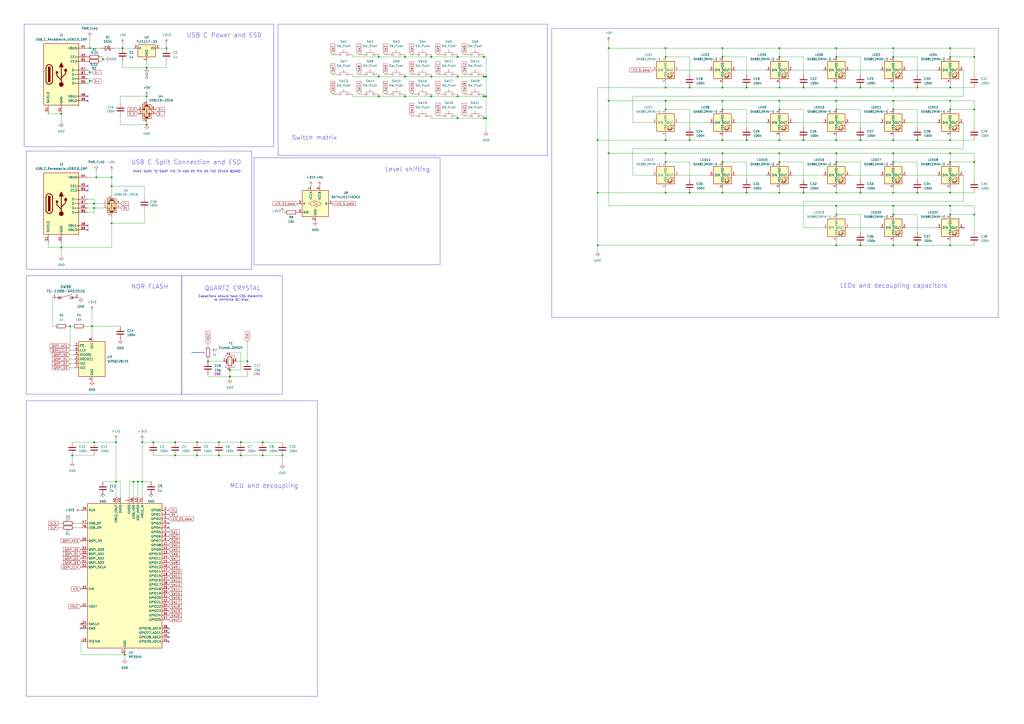
<source format=kicad_sch>
(kicad_sch (version 20231120) (generator "eeschema") (generator_version "8.0")
  (paper "A2")
  (junction (at 419.1 58.42))
  (junction (at 419.1 50.8))
  (junction (at 353.06 27.94))
  (junction (at 551.18 58.42))
  (junction (at 67.31 279.4))
  (junction (at 234.95 55.88))
  (junction (at 281.94 55.88))
  (junction (at 353.06 58.42))
  (junction (at 518.16 33.02))
  (junction (at 452.12 50.8))
  (junction (at 127 264.16))
  (junction (at 485.14 63.5))
  (junction (at 85.09 39.37))
  (junction (at 265.43 68.58))
  (junction (at 101.6 264.16))
  (junction (at 386.08 93.98))
  (junction (at 433.07 111.76))
  (junction (at 518.16 50.8))
  (junction (at 419.1 33.02))
  (junction (at 143.51 209.55))
  (junction (at 219.71 33.02))
  (junction (at 77.47 279.4))
  (junction (at 52.07 27.94))
  (junction (at 54.61 120.65))
  (junction (at 35.56 66.04))
  (junction (at 281.94 44.45))
  (junction (at 466.09 50.8))
  (junction (at 518.16 119.38))
  (junction (at 281.94 68.58))
  (junction (at 452.12 111.76))
  (junction (at 551.18 33.02))
  (junction (at 55.88 102.87))
  (junction (at 386.08 81.28))
  (junction (at 114.3 256.54))
  (junction (at 53.34 189.23))
  (junction (at 518.16 63.5))
  (junction (at 386.08 63.5))
  (junction (at 551.18 88.9))
  (junction (at 551.18 63.5))
  (junction (at 532.13 50.8))
  (junction (at 485.14 124.46))
  (junction (at 85.09 72.39))
  (junction (at 346.71 81.28))
  (junction (at 54.61 256.54))
  (junction (at 133.35 214.63))
  (junction (at 499.11 50.8))
  (junction (at 532.13 142.24))
  (junction (at 54.61 118.11))
  (junction (at 452.12 63.5))
  (junction (at 386.08 58.42))
  (junction (at 80.01 279.4))
  (junction (at 485.14 50.8))
  (junction (at 346.71 111.76))
  (junction (at 485.14 111.76))
  (junction (at 265.43 55.88))
  (junction (at 88.9 256.54))
  (junction (at 346.71 142.24))
  (junction (at 452.12 81.28))
  (junction (at 518.16 88.9))
  (junction (at 518.16 58.42))
  (junction (at 265.43 44.45))
  (junction (at 386.08 88.9))
  (junction (at 386.08 111.76))
  (junction (at 64.77 102.87))
  (junction (at 386.08 50.8))
  (junction (at 234.95 33.02))
  (junction (at 485.14 88.9))
  (junction (at 551.18 50.8))
  (junction (at 551.18 119.38))
  (junction (at 485.14 58.42))
  (junction (at 485.14 119.38))
  (junction (at 64.77 129.54))
  (junction (at 139.7 264.16))
  (junction (at 485.14 142.24))
  (junction (at 551.18 81.28))
  (junction (at 82.55 279.4))
  (junction (at 265.43 33.02))
  (junction (at 499.11 142.24))
  (junction (at 114.3 264.16))
  (junction (at 52.07 46.99))
  (junction (at 551.18 142.24))
  (junction (at 433.07 81.28))
  (junction (at 565.15 33.02))
  (junction (at 250.19 44.45))
  (junction (at 64.77 107.95))
  (junction (at 452.12 33.02))
  (junction (at 35.56 143.51))
  (junction (at 499.11 81.28))
  (junction (at 152.4 256.54))
  (junction (at 139.7 256.54))
  (junction (at 499.11 111.76))
  (junction (at 419.1 93.98))
  (junction (at 219.71 44.45))
  (junction (at 551.18 93.98))
  (junction (at 466.09 81.28))
  (junction (at 40.64 189.23))
  (junction (at 400.05 50.8))
  (junction (at 419.1 88.9))
  (junction (at 419.1 81.28))
  (junction (at 85.09 55.88))
  (junction (at 101.6 256.54))
  (junction (at 485.14 93.98))
  (junction (at 551.18 124.46))
  (junction (at 518.16 93.98))
  (junction (at 532.13 81.28))
  (junction (at 518.16 27.94))
  (junction (at 419.1 27.94))
  (junction (at 72.39 379.73))
  (junction (at 280.67 68.58))
  (junction (at 386.08 33.02))
  (junction (at 518.16 142.24))
  (junction (at 532.13 111.76))
  (junction (at 466.09 111.76))
  (junction (at 400.05 111.76))
  (junction (at 120.65 209.55))
  (junction (at 250.19 33.02))
  (junction (at 518.16 111.76))
  (junction (at 518.16 124.46))
  (junction (at 96.52 27.94))
  (junction (at 452.12 93.98))
  (junction (at 452.12 58.42))
  (junction (at 386.08 27.94))
  (junction (at 163.83 264.16))
  (junction (at 485.14 33.02))
  (junction (at 565.15 124.46))
  (junction (at 52.07 41.91))
  (junction (at 551.18 27.94))
  (junction (at 127 256.54))
  (junction (at 133.35 218.44))
  (junction (at 419.1 63.5))
  (junction (at 452.12 27.94))
  (junction (at 485.14 81.28))
  (junction (at 452.12 88.9))
  (junction (at 280.67 44.45))
  (junction (at 59.69 34.29))
  (junction (at 250.19 55.88))
  (junction (at 152.4 264.16))
  (junction (at 67.31 256.54))
  (junction (at 71.12 27.94))
  (junction (at 433.07 50.8))
  (junction (at 82.55 256.54))
  (junction (at 353.06 88.9))
  (junction (at 485.14 27.94))
  (junction (at 219.71 55.88))
  (junction (at 565.15 93.98))
  (junction (at 234.95 44.45))
  (junction (at 419.1 111.76))
  (junction (at 518.16 81.28))
  (junction (at 280.67 55.88))
  (junction (at 41.91 264.16))
  (junction (at 551.18 111.76))
  (junction (at 400.05 81.28))
  (junction (at 565.15 63.5))
  (junction (at 280.67 33.02))
  (no_connect (at 50.8 55.88))
  (no_connect (at 97.79 306.07))
  (no_connect (at 97.79 367.03))
  (no_connect (at 97.79 303.53))
  (no_connect (at 97.79 364.49))
  (no_connect (at 558.8 132.08))
  (no_connect (at 50.8 107.95))
  (no_connect (at 50.8 130.81))
  (no_connect (at 50.8 110.49))
  (no_connect (at 50.8 133.35))
  (no_connect (at 97.79 372.11))
  (no_connect (at 46.99 364.49))
  (no_connect (at 97.79 369.57))
  (no_connect (at 46.99 361.95))
  (no_connect (at 50.8 58.42))
  (wire (pts (xy 69.85 279.4) (xy 67.31 279.4)))
  (wire (pts (xy 551.18 58.42) (xy 518.16 58.42)))
  (wire (pts (xy 55.88 102.87) (xy 64.77 102.87)))
  (wire (pts (xy 50.8 43.18) (xy 52.07 43.18)))
  (wire (pts (xy 265.43 33.02) (xy 280.67 33.02)))
  (wire (pts (xy 281.94 68.58) (xy 281.94 76.2)))
  (wire (pts (xy 64.77 102.87) (xy 64.77 107.95)))
  (wire (pts (xy 353.06 119.38) (xy 485.14 119.38)))
  (wire (pts (xy 83.82 107.95) (xy 64.77 107.95)))
  (wire (pts (xy 551.18 109.22) (xy 551.18 111.76)))
  (wire (pts (xy 419.1 58.42) (xy 386.08 58.42)))
  (wire (pts (xy 34.29 303.53) (xy 35.56 303.53)))
  (wire (pts (xy 74.93 288.29) (xy 74.93 279.4)))
  (wire (pts (xy 41.91 189.23) (xy 40.64 189.23)))
  (wire (pts (xy 69.85 55.88) (xy 69.85 59.69)))
  (wire (pts (xy 281.94 44.45) (xy 281.94 55.88)))
  (wire (pts (xy 208.28 31.75) (xy 209.55 31.75)))
  (wire (pts (xy 558.8 101.6) (xy 558.8 116.84)))
  (wire (pts (xy 459.74 101.6) (xy 477.52 101.6)))
  (wire (pts (xy 433.07 33.02) (xy 433.07 43.18)))
  (wire (pts (xy 466.09 50.8) (xy 485.14 50.8)))
  (wire (pts (xy 83.82 121.92) (xy 83.82 129.54)))
  (wire (pts (xy 419.1 27.94) (xy 386.08 27.94)))
  (wire (pts (xy 50.8 120.65) (xy 54.61 120.65)))
  (wire (pts (xy 50.8 48.26) (xy 52.07 48.26)))
  (wire (pts (xy 265.43 67.31) (xy 265.43 68.58)))
  (wire (pts (xy 551.18 111.76) (xy 565.15 111.76)))
  (wire (pts (xy 50.8 123.19) (xy 54.61 123.19)))
  (wire (pts (xy 400.05 93.98) (xy 400.05 104.14)))
  (wire (pts (xy 499.11 142.24) (xy 518.16 142.24)))
  (wire (pts (xy 204.47 54.61) (xy 204.47 55.88)))
  (wire (pts (xy 400.05 33.02) (xy 400.05 43.18)))
  (wire (pts (xy 367.03 101.6) (xy 378.46 101.6)))
  (wire (pts (xy 163.83 123.19) (xy 165.1 123.19)))
  (wire (pts (xy 419.1 58.42) (xy 419.1 63.5)))
  (wire (pts (xy 558.8 55.88) (xy 367.03 55.88)))
  (wire (pts (xy 85.09 72.39) (xy 85.09 71.12)))
  (wire (pts (xy 386.08 78.74) (xy 386.08 81.28)))
  (wire (pts (xy 466.09 81.28) (xy 485.14 81.28)))
  (wire (pts (xy 452.12 50.8) (xy 466.09 50.8)))
  (wire (pts (xy 265.43 55.88) (xy 280.67 55.88)))
  (wire (pts (xy 532.13 33.02) (xy 532.13 43.18)))
  (wire (pts (xy 386.08 109.22) (xy 386.08 111.76)))
  (wire (pts (xy 551.18 50.8) (xy 565.15 50.8)))
  (wire (pts (xy 52.07 46.99) (xy 53.34 46.99)))
  (wire (pts (xy 280.67 33.02) (xy 281.94 33.02)))
  (wire (pts (xy 400.05 81.28) (xy 386.08 81.28)))
  (wire (pts (xy 499.11 93.98) (xy 499.11 104.14)))
  (wire (pts (xy 532.13 124.46) (xy 532.13 134.62)))
  (wire (pts (xy 452.12 78.74) (xy 452.12 81.28)))
  (wire (pts (xy 419.1 93.98) (xy 433.07 93.98)))
  (wire (pts (xy 204.47 44.45) (xy 219.71 44.45)))
  (wire (pts (xy 52.07 45.72) (xy 52.07 46.99)))
  (wire (pts (xy 53.34 180.34) (xy 53.34 189.23)))
  (wire (pts (xy 485.14 58.42) (xy 485.14 63.5)))
  (wire (pts (xy 223.52 43.18) (xy 224.79 43.18)))
  (wire (pts (xy 204.47 43.18) (xy 204.47 44.45)))
  (wire (pts (xy 499.11 33.02) (xy 499.11 43.18)))
  (wire (pts (xy 452.12 88.9) (xy 452.12 93.98)))
  (wire (pts (xy 551.18 88.9) (xy 518.16 88.9)))
  (wire (pts (xy 67.31 256.54) (xy 67.31 279.4)))
  (wire (pts (xy 139.7 204.47) (xy 139.7 214.63)))
  (wire (pts (xy 452.12 58.42) (xy 452.12 63.5)))
  (wire (pts (xy 54.61 118.11) (xy 59.69 118.11)))
  (wire (pts (xy 400.05 81.28) (xy 419.1 81.28)))
  (wire (pts (xy 85.09 55.88) (xy 85.09 58.42)))
  (wire (pts (xy 40.64 210.82) (xy 43.18 210.82)))
  (wire (pts (xy 393.7 71.12) (xy 411.48 71.12)))
  (wire (pts (xy 254 67.31) (xy 255.27 67.31)))
  (wire (pts (xy 71.12 25.4) (xy 71.12 27.94)))
  (wire (pts (xy 419.1 63.5) (xy 433.07 63.5)))
  (wire (pts (xy 269.24 31.75) (xy 270.51 31.75)))
  (wire (pts (xy 466.09 33.02) (xy 466.09 43.18)))
  (wire (pts (xy 41.91 264.16) (xy 41.91 267.97)))
  (wire (pts (xy 43.18 306.07) (xy 46.99 306.07)))
  (wire (pts (xy 238.76 31.75) (xy 240.03 31.75)))
  (wire (pts (xy 551.18 27.94) (xy 518.16 27.94)))
  (wire (pts (xy 250.19 68.58) (xy 265.43 68.58)))
  (wire (pts (xy 82.55 256.54) (xy 88.9 256.54)))
  (wire (pts (xy 96.52 35.56) (xy 96.52 39.37)))
  (wire (pts (xy 518.16 78.74) (xy 518.16 81.28)))
  (wire (pts (xy 485.14 88.9) (xy 485.14 93.98)))
  (wire (pts (xy 485.14 58.42) (xy 452.12 58.42)))
  (wire (pts (xy 265.43 44.45) (xy 280.67 44.45)))
  (wire (pts (xy 269.24 67.31) (xy 270.51 67.31)))
  (wire (pts (xy 250.19 43.18) (xy 250.19 44.45)))
  (wire (pts (xy 50.8 40.64) (xy 52.07 40.64)))
  (wire (pts (xy 393.7 40.64) (xy 411.48 40.64)))
  (wire (pts (xy 52.07 48.26) (xy 52.07 46.99)))
  (wire (pts (xy 152.4 256.54) (xy 163.83 256.54)))
  (wire (pts (xy 551.18 27.94) (xy 551.18 33.02)))
  (wire (pts (xy 250.19 31.75) (xy 250.19 33.02)))
  (wire (pts (xy 280.67 68.58) (xy 281.94 68.58)))
  (wire (pts (xy 83.82 129.54) (xy 64.77 129.54)))
  (wire (pts (xy 525.78 132.08) (xy 543.56 132.08)))
  (wire (pts (xy 88.9 264.16) (xy 101.6 264.16)))
  (wire (pts (xy 208.28 54.61) (xy 209.55 54.61)))
  (wire (pts (xy 82.55 279.4) (xy 82.55 288.29)))
  (wire (pts (xy 40.64 200.66) (xy 40.64 189.23)))
  (wire (pts (xy 452.12 93.98) (xy 466.09 93.98)))
  (wire (pts (xy 280.67 68.58) (xy 280.67 67.31)))
  (wire (pts (xy 88.9 256.54) (xy 101.6 256.54)))
  (wire (pts (xy 52.07 21.59) (xy 52.07 27.94)))
  (wire (pts (xy 143.51 218.44) (xy 133.35 218.44)))
  (wire (pts (xy 492.76 101.6) (xy 510.54 101.6)))
  (wire (pts (xy 85.09 55.88) (xy 69.85 55.88)))
  (wire (pts (xy 452.12 111.76) (xy 466.09 111.76)))
  (wire (pts (xy 204.47 55.88) (xy 219.71 55.88)))
  (wire (pts (xy 280.67 33.02) (xy 280.67 31.75)))
  (wire (pts (xy 518.16 50.8) (xy 532.13 50.8)))
  (wire (pts (xy 59.69 34.29) (xy 60.96 34.29)))
  (wire (pts (xy 59.69 33.02) (xy 59.69 34.29)))
  (wire (pts (xy 485.14 111.76) (xy 499.11 111.76)))
  (wire (pts (xy 64.77 99.06) (xy 64.77 102.87)))
  (wire (pts (xy 34.29 306.07) (xy 35.56 306.07)))
  (wire (pts (xy 353.06 27.94) (xy 353.06 58.42)))
  (wire (pts (xy 346.71 81.28) (xy 346.71 111.76)))
  (wire (pts (xy 52.07 41.91) (xy 53.34 41.91)))
  (wire (pts (xy 35.56 71.12) (xy 35.56 66.04)))
  (wire (pts (xy 386.08 88.9) (xy 353.06 88.9)))
  (wire (pts (xy 551.18 124.46) (xy 565.15 124.46)))
  (wire (pts (xy 59.69 35.56) (xy 59.69 34.29)))
  (wire (pts (xy 50.8 102.87) (xy 55.88 102.87)))
  (wire (pts (xy 64.77 129.54) (xy 64.77 125.73)))
  (wire (pts (xy 66.04 27.94) (xy 71.12 27.94)))
  (wire (pts (xy 69.85 72.39) (xy 69.85 67.31)))
  (wire (pts (xy 43.18 200.66) (xy 40.64 200.66)))
  (wire (pts (xy 518.16 58.42) (xy 485.14 58.42)))
  (wire (pts (xy 565.15 63.5) (xy 565.15 73.66)))
  (wire (pts (xy 386.08 33.02) (xy 400.05 33.02)))
  (wire (pts (xy 565.15 27.94) (xy 551.18 27.94)))
  (wire (pts (xy 551.18 139.7) (xy 551.18 142.24)))
  (wire (pts (xy 82.55 279.4) (xy 87.63 279.4)))
  (wire (pts (xy 54.61 256.54) (xy 67.31 256.54)))
  (wire (pts (xy 518.16 111.76) (xy 532.13 111.76)))
  (wire (pts (xy 551.18 119.38) (xy 551.18 124.46)))
  (wire (pts (xy 452.12 27.94) (xy 452.12 33.02)))
  (wire (pts (xy 353.06 58.42) (xy 353.06 88.9)))
  (wire (pts (xy 386.08 50.8) (xy 400.05 50.8)))
  (wire (pts (xy 43.18 303.53) (xy 46.99 303.53)))
  (wire (pts (xy 518.16 88.9) (xy 485.14 88.9)))
  (wire (pts (xy 250.19 55.88) (xy 265.43 55.88)))
  (wire (pts (xy 58.42 33.02) (xy 59.69 33.02)))
  (wire (pts (xy 565.15 33.02) (xy 565.15 43.18)))
  (wire (pts (xy 120.65 209.55) (xy 129.54 209.55)))
  (wire (pts (xy 71.12 39.37) (xy 71.12 35.56)))
  (wire (pts (xy 280.67 44.45) (xy 281.94 44.45)))
  (wire (pts (xy 30.48 189.23) (xy 30.48 172.72)))
  (wire (pts (xy 40.64 208.28) (xy 43.18 208.28)))
  (wire (pts (xy 551.18 48.26) (xy 551.18 50.8)))
  (wire (pts (xy 219.71 54.61) (xy 219.71 55.88)))
  (wire (pts (xy 485.14 139.7) (xy 485.14 142.24)))
  (wire (pts (xy 452.12 33.02) (xy 466.09 33.02)))
  (wire (pts (xy 386.08 58.42) (xy 386.08 63.5)))
  (wire (pts (xy 386.08 88.9) (xy 386.08 93.98)))
  (wire (pts (xy 204.47 33.02) (xy 219.71 33.02)))
  (wire (pts (xy 49.53 189.23) (xy 53.34 189.23)))
  (wire (pts (xy 386.08 48.26) (xy 386.08 50.8)))
  (wire (pts (xy 269.24 54.61) (xy 270.51 54.61)))
  (wire (pts (xy 353.06 24.13) (xy 353.06 27.94)))
  (wire (pts (xy 27.94 143.51) (xy 35.56 143.51)))
  (wire (pts (xy 565.15 124.46) (xy 565.15 134.62)))
  (wire (pts (xy 85.09 39.37) (xy 71.12 39.37)))
  (wire (pts (xy 120.65 199.39) (xy 120.65 200.66)))
  (wire (pts (xy 426.72 71.12) (xy 444.5 71.12)))
  (wire (pts (xy 419.1 81.28) (xy 433.07 81.28)))
  (wire (pts (xy 400.05 111.76) (xy 419.1 111.76)))
  (wire (pts (xy 452.12 109.22) (xy 452.12 111.76)))
  (wire (pts (xy 35.56 140.97) (xy 35.56 143.51)))
  (wire (pts (xy 419.1 109.22) (xy 419.1 111.76)))
  (wire (pts (xy 551.18 88.9) (xy 551.18 93.98)))
  (wire (pts (xy 41.91 256.54) (xy 54.61 256.54)))
  (wire (pts (xy 80.01 279.4) (xy 82.55 279.4)))
  (wire (pts (xy 426.72 101.6) (xy 444.5 101.6)))
  (wire (pts (xy 518.16 124.46) (xy 532.13 124.46)))
  (wire (pts (xy 250.19 33.02) (xy 265.43 33.02)))
  (wire (pts (xy 254 54.61) (xy 255.27 54.61)))
  (wire (pts (xy 518.16 119.38) (xy 518.16 124.46)))
  (wire (pts (xy 565.15 63.5) (xy 565.15 58.42)))
  (wire (pts (xy 485.14 88.9) (xy 452.12 88.9)))
  (wire (pts (xy 525.78 101.6) (xy 543.56 101.6)))
  (wire (pts (xy 101.6 264.16) (xy 114.3 264.16)))
  (wire (pts (xy 459.74 40.64) (xy 477.52 40.64)))
  (wire (pts (xy 386.08 27.94) (xy 353.06 27.94)))
  (wire (pts (xy 386.08 111.76) (xy 400.05 111.76)))
  (wire (pts (xy 452.12 81.28) (xy 466.09 81.28)))
  (wire (pts (xy 69.85 279.4) (xy 69.85 288.29)))
  (wire (pts (xy 265.43 54.61) (xy 265.43 55.88)))
  (wire (pts (xy 163.83 264.16) (xy 163.83 269.24)))
  (wire (pts (xy 551.18 58.42) (xy 551.18 63.5)))
  (wire (pts (xy 346.71 111.76) (xy 386.08 111.76)))
  (wire (pts (xy 525.78 40.64) (xy 543.56 40.64)))
  (wire (pts (xy 518.16 139.7) (xy 518.16 142.24)))
  (wire (pts (xy 532.13 93.98) (xy 532.13 104.14)))
  (wire (pts (xy 219.71 44.45) (xy 234.95 44.45)))
  (wire (pts (xy 46.99 379.73) (xy 72.39 379.73)))
  (wire (pts (xy 485.14 119.38) (xy 485.14 124.46)))
  (wire (pts (xy 466.09 63.5) (xy 466.09 73.66)))
  (wire (pts (xy 77.47 279.4) (xy 80.01 279.4)))
  (wire (pts (xy 346.71 111.76) (xy 346.71 142.24)))
  (wire (pts (xy 82.55 255.27) (xy 82.55 256.54)))
  (wire (pts (xy 87.63 285.75) (xy 87.63 287.02)))
  (wire (pts (xy 485.14 50.8) (xy 499.11 50.8)))
  (wire (pts (xy 518.16 142.24) (xy 532.13 142.24)))
  (wire (pts (xy 250.19 54.61) (xy 250.19 55.88)))
  (wire (pts (xy 133.35 218.44) (xy 120.65 218.44)))
  (wire (pts (xy 133.35 214.63) (xy 133.35 218.44)))
  (wire (pts (xy 452.12 48.26) (xy 452.12 50.8)))
  (wire (pts (xy 551.18 142.24) (xy 565.15 142.24)))
  (wire (pts (xy 532.13 63.5) (xy 532.13 73.66)))
  (wire (pts (xy 40.64 205.74) (xy 43.18 205.74)))
  (wire (pts (xy 204.47 31.75) (xy 204.47 33.02)))
  (wire (pts (xy 265.43 43.18) (xy 265.43 44.45)))
  (wire (pts (xy 238.76 54.61) (xy 240.03 54.61)))
  (wire (pts (xy 234.95 44.45) (xy 250.19 44.45)))
  (wire (pts (xy 54.61 123.19) (xy 54.61 120.65)))
  (wire (pts (xy 386.08 63.5) (xy 400.05 63.5)))
  (wire (pts (xy 143.51 198.12) (xy 143.51 209.55)))
  (wire (pts (xy 433.07 50.8) (xy 452.12 50.8)))
  (wire (pts (xy 71.12 27.94) (xy 77.47 27.94)))
  (wire (pts (xy 346.71 142.24) (xy 485.14 142.24)))
  (wire (pts (xy 50.8 115.57) (xy 54.61 115.57)))
  (wire (pts (xy 219.71 33.02) (xy 234.95 33.02)))
  (wire (pts (xy 565.15 119.38) (xy 551.18 119.38)))
  (wire (pts (xy 219.71 55.88) (xy 234.95 55.88)))
  (wire (pts (xy 96.52 25.4) (xy 96.52 27.94)))
  (wire (pts (xy 518.16 58.42) (xy 518.16 63.5)))
  (wire (pts (xy 35.56 148.59) (xy 35.56 143.51)))
  (wire (pts (xy 367.03 55.88) (xy 367.03 71.12)))
  (wire (pts (xy 518.16 33.02) (xy 532.13 33.02)))
  (wire (pts (xy 551.18 119.38) (xy 518.16 119.38)))
  (wire (pts (xy 208.28 43.18) (xy 209.55 43.18)))
  (wire (pts (xy 518.16 63.5) (xy 532.13 63.5)))
  (wire (pts (xy 346.71 142.24) (xy 346.71 146.05)))
  (wire (pts (xy 40.64 213.36) (xy 43.18 213.36)))
  (wire (pts (xy 532.13 142.24) (xy 551.18 142.24)))
  (wire (pts (xy 85.09 72.39) (xy 69.85 72.39)))
  (wire (pts (xy 281.94 33.02) (xy 281.94 44.45)))
  (wire (pts (xy 485.14 48.26) (xy 485.14 50.8)))
  (wire (pts (xy 83.82 114.3) (xy 83.82 107.95)))
  (wire (pts (xy 50.8 27.94) (xy 52.07 27.94)))
  (wire (pts (xy 452.12 58.42) (xy 419.1 58.42)))
  (wire (pts (xy 74.93 279.4) (xy 77.47 279.4)))
  (wire (pts (xy 234.95 55.88) (xy 250.19 55.88)))
  (wire (pts (xy 551.18 63.5) (xy 565.15 63.5)))
  (wire (pts (xy 114.3 264.16) (xy 127 264.16)))
  (wire (pts (xy 238.76 67.31) (xy 240.03 67.31)))
  (wire (pts (xy 485.14 81.28) (xy 499.11 81.28)))
  (wire (pts (xy 82.55 256.54) (xy 82.55 279.4)))
  (wire (pts (xy 281.94 55.88) (xy 281.94 68.58)))
  (wire (pts (xy 72.39 382.27) (xy 72.39 379.73)))
  (wire (pts (xy 219.71 43.18) (xy 219.71 44.45)))
  (wire (pts (xy 419.1 48.26) (xy 419.1 50.8)))
  (wire (pts (xy 558.8 86.36) (xy 367.03 86.36)))
  (wire (pts (xy 52.07 27.94) (xy 58.42 27.94)))
  (wire (pts (xy 518.16 48.26) (xy 518.16 50.8)))
  (wire (pts (xy 499.11 124.46) (xy 499.11 134.62)))
  (wire (pts (xy 53.34 189.23) (xy 53.34 195.58)))
  (wire (pts (xy 59.69 285.75) (xy 59.69 287.02)))
  (wire (pts (xy 419.1 88.9) (xy 386.08 88.9)))
  (wire (pts (xy 485.14 27.94) (xy 485.14 33.02)))
  (wire (pts (xy 492.76 40.64) (xy 510.54 40.64)))
  (wire (pts (xy 518.16 109.22) (xy 518.16 111.76)))
  (wire (pts (xy 254 31.75) (xy 255.27 31.75)))
  (wire (pts (xy 565.15 88.9) (xy 551.18 88.9)))
  (wire (pts (xy 518.16 27.94) (xy 485.14 27.94)))
  (wire (pts (xy 133.35 218.44) (xy 133.35 219.71)))
  (wire (pts (xy 499.11 63.5) (xy 499.11 73.66)))
  (wire (pts (xy 525.78 71.12) (xy 543.56 71.12)))
  (wire (pts (xy 518.16 81.28) (xy 532.13 81.28)))
  (wire (pts (xy 485.14 142.24) (xy 499.11 142.24)))
  (wire (pts (xy 238.76 43.18) (xy 240.03 43.18)))
  (wire (pts (xy 532.13 81.28) (xy 551.18 81.28)))
  (wire (pts (xy 419.1 111.76) (xy 433.07 111.76)))
  (wire (pts (xy 386.08 81.28) (xy 346.71 81.28)))
  (wire (pts (xy 565.15 93.98) (xy 565.15 104.14)))
  (wire (pts (xy 419.1 33.02) (xy 433.07 33.02)))
  (wire (pts (xy 433.07 111.76) (xy 452.12 111.76)))
  (wire (pts (xy 518.16 88.9) (xy 518.16 93.98)))
  (wire (pts (xy 265.43 68.58) (xy 280.67 68.58)))
  (wire (pts (xy 466.09 132.08) (xy 477.52 132.08)))
  (wire (pts (xy 265.43 31.75) (xy 265.43 33.02)))
  (wire (pts (xy 114.3 256.54) (xy 127 256.54)))
  (wire (pts (xy 52.07 43.18) (xy 52.07 41.91)))
  (wire (pts (xy 27.94 140.97) (xy 27.94 143.51)))
  (wire (pts (xy 67.31 279.4) (xy 67.31 288.29)))
  (wire (pts (xy 426.72 40.64) (xy 444.5 40.64)))
  (wire (pts (xy 250.19 67.31) (xy 250.19 68.58)))
  (wire (pts (xy 50.8 118.11) (xy 54.61 118.11)))
  (wire (pts (xy 485.14 124.46) (xy 499.11 124.46)))
  (wire (pts (xy 393.7 101.6) (xy 411.48 101.6)))
  (wire (pts (xy 466.09 93.98) (xy 466.09 104.14)))
  (wire (pts (xy 419.1 50.8) (xy 433.07 50.8)))
  (wire (pts (xy 400.05 63.5) (xy 400.05 73.66)))
  (wire (pts (xy 367.03 71.12) (xy 378.46 71.12)))
  (wire (pts (xy 551.18 33.02) (xy 565.15 33.02)))
  (wire (pts (xy 459.74 71.12) (xy 477.52 71.12)))
  (wire (pts (xy 80.01 288.29) (xy 80.01 279.4)))
  (wire (pts (xy 280.67 55.88) (xy 281.94 55.88)))
  (wire (pts (xy 64.77 107.95) (xy 64.77 113.03)))
  (wire (pts (xy 234.95 54.61) (xy 234.95 55.88)))
  (wire (pts (xy 31.75 189.23) (xy 30.48 189.23)))
  (wire (pts (xy 485.14 63.5) (xy 499.11 63.5)))
  (wire (pts (xy 52.07 40.64) (xy 52.07 41.91)))
  (wire (pts (xy 54.61 120.65) (xy 59.69 120.65)))
  (wire (pts (xy 152.4 264.16) (xy 163.83 264.16)))
  (wire (pts (xy 558.8 71.12) (xy 558.8 86.36)))
  (wire (pts (xy 565.15 93.98) (xy 565.15 88.9)))
  (wire (pts (xy 565.15 58.42) (xy 551.18 58.42)))
  (wire (pts (xy 55.88 99.06) (xy 55.88 102.87)))
  (wire (pts (xy 54.61 115.57) (xy 54.61 118.11)))
  (wire (pts (xy 269.24 43.18) (xy 270.51 43.18)))
  (wire (pts (xy 419.1 88.9) (xy 419.1 93.98)))
  (wire (pts (xy 346.71 50.8) (xy 346.71 81.28)))
  (wire (pts (xy 400.05 50.8) (xy 419.1 50.8)))
  (wire (pts (xy 280.67 55.88) (xy 280.67 54.61)))
  (wire (pts (xy 50.8 45.72) (xy 52.07 45.72)))
  (wire (pts (xy 193.04 43.18) (xy 194.31 43.18)))
  (wire (pts (xy 558.8 116.84) (xy 466.09 116.84)))
  (wire (pts (xy 120.65 208.28) (xy 120.65 209.55)))
  (wire (pts (xy 234.95 31.75) (xy 234.95 33.02)))
  (wire (pts (xy 137.16 209.55) (xy 143.51 209.55)))
  (wire (pts (xy 518.16 119.38) (xy 485.14 119.38)))
  (wire (pts (xy 67.31 255.27) (xy 67.31 256.54)))
  (wire (pts (xy 452.12 27.94) (xy 419.1 27.94)))
  (wire (pts (xy 485.14 109.22) (xy 485.14 111.76)))
  (wire (pts (xy 85.09 35.56) (xy 85.09 39.37)))
  (wire (pts (xy 558.8 40.64) (xy 558.8 55.88)))
  (wire (pts (xy 139.7 264.16) (xy 152.4 264.16)))
  (wire (pts (xy 35.56 143.51) (xy 64.77 143.51)))
  (wire (pts (xy 532.13 50.8) (xy 551.18 50.8)))
  (wire (pts (xy 518.16 27.94) (xy 518.16 33.02)))
  (wire (pts (xy 45.72 172.72) (xy 46.99 172.72)))
  (wire (pts (xy 53.34 189.23) (xy 69.85 189.23)))
  (wire (pts (xy 40.64 203.2) (xy 43.18 203.2)))
  (wire (pts (xy 223.52 54.61) (xy 224.79 54.61)))
  (wire (pts (xy 120.65 218.44) (xy 120.65 217.17)))
  (wire (pts (xy 250.19 44.45) (xy 265.43 44.45)))
  (wire (pts (xy 223.52 31.75) (xy 224.79 31.75)))
  (wire (pts (xy 386.08 27.94) (xy 386.08 33.02)))
  (wire (pts (xy 353.06 58.42) (xy 386.08 58.42)))
  (wire (pts (xy 234.95 33.02) (xy 250.19 33.02)))
  (wire (pts (xy 58.42 35.56) (xy 59.69 35.56)))
  (wire (pts (xy 518.16 93.98) (xy 532.13 93.98)))
  (wire (pts (xy 419.1 27.94) (xy 419.1 33.02)))
  (wire (pts (xy 485.14 93.98) (xy 499.11 93.98)))
  (wire (pts (xy 551.18 81.28) (xy 565.15 81.28)))
  (wire (pts (xy 54.61 264.16) (xy 41.91 264.16)))
  (wire (pts (xy 219.71 31.75) (xy 219.71 33.02)))
  (wire (pts (xy 46.99 372.11) (xy 46.99 379.73)))
  (wire (pts (xy 492.76 71.12) (xy 510.54 71.12)))
  (wire (pts (xy 433.07 93.98) (xy 433.07 104.14)))
  (wire (pts (xy 139.7 214.63) (xy 133.35 214.63)))
  (wire (pts (xy 101.6 256.54) (xy 114.3 256.54)))
  (wire (pts (xy 452.12 88.9) (xy 419.1 88.9)))
  (wire (pts (xy 485.14 27.94) (xy 452.12 27.94)))
  (wire (pts (xy 433.07 63.5) (xy 433.07 73.66)))
  (wire (pts (xy 143.51 217.17) (xy 143.51 218.44)))
  (wire (pts (xy 133.35 204.47) (xy 139.7 204.47)))
  (wire (pts (xy 499.11 111.76) (xy 518.16 111.76)))
  (wire (pts (xy 386.08 50.8) (xy 346.71 50.8)))
  (wire (pts (xy 254 43.18) (xy 255.27 43.18)))
  (wire (pts (xy 85.09 39.37) (xy 96.52 39.37)))
  (wire (pts (xy 280.67 44.45) (xy 280.67 43.18)))
  (wire (pts (xy 193.04 54.61) (xy 194.31 54.61)))
  (wire (pts (xy 466.09 116.84) (xy 466.09 132.08)))
  (wire (pts (xy 419.1 78.74) (xy 419.1 81.28)))
  (wire (pts (xy 59.69 279.4) (xy 67.31 279.4)))
  (wire (pts (xy 565.15 33.02) (xy 565.15 27.94)))
  (wire (pts (xy 386.08 93.98) (xy 400.05 93.98)))
  (wire (pts (xy 127 256.54) (xy 139.7 256.54)))
  (wire (pts (xy 92.71 27.94) (xy 96.52 27.94)))
  (wire (pts (xy 485.14 33.02) (xy 499.11 33.02)))
  (wire (pts (xy 353.06 88.9) (xy 353.06 119.38)))
  (wire (pts (xy 433.07 81.28) (xy 452.12 81.28)))
  (wire (pts (xy 367.03 86.36) (xy 367.03 101.6)))
  (wire (pts (xy 27.94 66.04) (xy 35.56 66.04)))
  (wire (pts (xy 234.95 43.18) (xy 234.95 44.45)))
  (wire (pts (xy 39.37 189.23) (xy 40.64 189.23)))
  (wire (pts (xy 466.09 111.76) (xy 485.14 111.76)))
  (wire (pts (xy 532.13 111.76) (xy 551.18 111.76)))
  (wire (pts (xy 127 264.16) (xy 139.7 264.16)))
  (wire (pts (xy 499.11 81.28) (xy 518.16 81.28)))
  (wire (pts (xy 77.47 288.29) (xy 77.47 279.4)))
  (wire (pts (xy 551.18 93.98) (xy 565.15 93.98)))
  (wire (pts (xy 64.77 143.51) (xy 64.77 129.54)))
  (wire (pts (xy 485.14 78.74) (xy 485.14 81.28)))
  (wire (pts (xy 551.18 78.74) (xy 551.18 81.28)))
  (wire (pts (xy 452.12 63.5) (xy 466.09 63.5)))
  (wire (pts (xy 492.76 132.08) (xy 510.54 132.08)))
  (wire (pts (xy 499.11 50.8) (xy 518.16 50.8)))
  (wire (pts (xy 193.04 31.75) (xy 194.31 31.75)))
  (wire (pts (xy 565.15 124.46) (xy 565.15 119.38)))
  (wire (pts (xy 139.7 256.54) (xy 152.4 256.54)))
  (rectangle (start 15.24 87.63) (end 146.05 156.21))
  (rectangle (start 320.04 16.51) (end 579.12 184.15))
  (rectangle (start 147.32 91.44) (end 255.27 153.67))
  (rectangle (start 15.24 160.02) (end 105.41 228.6))
  (rectangle (start 161.29 13.97) (end 317.5 90.17))
  (rectangle (start 105.41 160.02) (end 163.83 228.6))
  (rectangle (start 13.97 13.97) (end 158.75 85.09))
  (rectangle (start 15.24 232.41) (end 184.15 403.86))
  (text "Capacitors should have C0G dialectric\n to minimize DC bias." (at 133.858 172.974 0) (effects (font (size 1.27 1.27))))
  (text "NOR FLASH\n" (at 86.868 166.37 0) (effects (font (size 2.54 2.54))))
  (text "MAKE SURE TO SWAP THE TX AND RX PIN ON THE OTHER BOARD\n" (at 108.458 99.568 0) (effects (font (size 1.27 1.27))))
  (text "USB C Power and ESD\n" (at 130.048 20.574 0) (effects (font (size 2.54 2.54))))
  (text "LEDs and decoupling capacitors" (at 518.414 165.862 0) (effects (font (size 2.54 2.54))))
  (text "1k resistor to not overdrive the crystal" (at 114.808 204.724 0) (effects (font (size 0.254 0.254))))
  (text "USB C Split Connection and ESD\n" (at 107.95 94.234 0) (effects (font (size 2.54 2.54))))
  (text "Level shifting" (at 236.474 98.298 0) (effects (font (size 2.54 2.54))))
  (text "MCU and decoupling" (at 153.162 281.94 0) (effects (font (size 2.54 2.54))))
  (text "QUARTZ CRYSTAL" (at 134.874 167.386 0) (effects (font (size 2.54 2.54))))
  (text "Switch matrix\n" (at 182.372 80.01 0) (effects (font (size 2.54 2.54))))
  (global_label "SW1" (shape input) (at 193.04 31.75 90) (property "Intersheetrefs" "${INTERSHEET_REFS}" (effects (hide yes))))
  (global_label "SW9" (shape input) (at 97.79 328.93 0) (property "Intersheetrefs" "${INTERSHEET_REFS}" (effects (hide yes))))
  (global_label "D_N" (shape input) (at 34.29 303.53 180) (property "Intersheetrefs" "${INTERSHEET_REFS}" (effects (hide yes))))
  (global_label "SW5" (shape input) (at 97.79 318.77 0) (property "Intersheetrefs" "${INTERSHEET_REFS}" (effects (hide yes))))
  (global_label "SW10" (shape input) (at 238.76 43.18 90) (property "Intersheetrefs" "${INTERSHEET_REFS}" (effects (hide yes))))
  (global_label "SW13" (shape input) (at 193.04 54.61 90) (property "Intersheetrefs" "${INTERSHEET_REFS}" (effects (hide yes))))
  (global_label "XIN" (shape input) (at 143.51 198.12 90) (property "Intersheetrefs" "${INTERSHEET_REFS}" (effects (hide yes))))
  (global_label "SW12" (shape input) (at 269.24 43.18 90) (property "Intersheetrefs" "${INTERSHEET_REFS}" (effects (hide yes))))
  (global_label "SW18" (shape input) (at 97.79 351.79 0) (property "Intersheetrefs" "${INTERSHEET_REFS}" (effects (hide yes))))
  (global_label "D-" (shape input) (at 90.17 66.04 0) (property "Intersheetrefs" "${INTERSHEET_REFS}" (effects (hide yes))))
  (global_label "SW17" (shape input) (at 97.79 349.25 0) (property "Intersheetrefs" "${INTERSHEET_REFS}" (effects (hide yes))))
  (global_label "SW21" (shape input) (at 97.79 359.41 0) (property "Intersheetrefs" "${INTERSHEET_REFS}" (effects (hide yes))))
  (global_label "SW11" (shape input) (at 254 43.18 90) (property "Intersheetrefs" "${INTERSHEET_REFS}" (effects (hide yes))))
  (global_label "SW8" (shape input) (at 208.28 43.18 90) (property "Intersheetrefs" "${INTERSHEET_REFS}" (effects (hide yes))))
  (global_label "D_P" (shape input) (at 80.01 63.5 180) (property "Intersheetrefs" "${INTERSHEET_REFS}" (effects (hide yes))))
  (global_label "D+" (shape input) (at 90.17 63.5 0) (property "Intersheetrefs" "${INTERSHEET_REFS}" (effects (hide yes))))
  (global_label "RX" (shape input) (at 69.85 120.65 0) (property "Intersheetrefs" "${INTERSHEET_REFS}" (effects (hide yes))))
  (global_label "QSPI_CLK" (shape input) (at 46.99 328.93 180) (property "Intersheetrefs" "${INTERSHEET_REFS}" (effects (hide yes))))
  (global_label "SW19" (shape input) (at 97.79 354.33 0) (property "Intersheetrefs" "${INTERSHEET_REFS}" (effects (hide yes))))
  (global_label "XOUT" (shape input) (at 46.99 351.79 180) (property "Intersheetrefs" "${INTERSHEET_REFS}" (effects (hide yes))))
  (global_label "SW15" (shape input) (at 97.79 344.17 0) (property "Intersheetrefs" "${INTERSHEET_REFS}" (effects (hide yes))))
  (global_label "D_P" (shape input) (at 34.29 306.07 180) (property "Intersheetrefs" "${INTERSHEET_REFS}" (effects (hide yes))))
  (global_label "QSPI_D1" (shape input) (at 46.99 321.31 180) (property "Intersheetrefs" "${INTERSHEET_REFS}" (effects (hide yes))))
  (global_label "XIN" (shape input) (at 46.99 341.63 180) (property "Intersheetrefs" "${INTERSHEET_REFS}" (effects (hide yes))))
  (global_label "LED_5_data" (shape input) (at 193.04 118.11 0) (property "Intersheetrefs" "${INTERSHEET_REFS}" (effects (hide yes))))
  (global_label "SW21" (shape input) (at 269.24 67.31 90) (property "Intersheetrefs" "${INTERSHEET_REFS}" (effects (hide yes))))
  (global_label "SW4" (shape input) (at 238.76 31.75 90) (property "Intersheetrefs" "${INTERSHEET_REFS}" (effects (hide yes))))
  (global_label "SW15" (shape input) (at 223.52 54.61 90) (property "Intersheetrefs" "${INTERSHEET_REFS}" (effects (hide yes))))
  (global_label "SW5" (shape input) (at 254 31.75 90) (property "Intersheetrefs" "${INTERSHEET_REFS}" (effects (hide yes))))
  (global_label "QSPI_D0" (shape input) (at 46.99 318.77 180) (property "Intersheetrefs" "${INTERSHEET_REFS}" (effects (hide yes))))
  (global_label "LED_33_data" (shape input) (at 172.72 118.11 180) (property "Intersheetrefs" "${INTERSHEET_REFS}" (effects (hide yes))))
  (global_label "QSPI_NCS" (shape input) (at 40.64 200.66 180) (property "Intersheetrefs" "${INTERSHEET_REFS}" (effects (hide yes))))
  (global_label "D+" (shape input) (at 53.34 46.99 0) (property "Intersheetrefs" "${INTERSHEET_REFS}" (effects (hide yes))))
  (global_label "QSPI_CLK" (shape input) (at 40.64 203.2 180) (property "Intersheetrefs" "${INTERSHEET_REFS}" (effects (hide yes))))
  (global_label "SW10" (shape input) (at 97.79 331.47 0) (property "Intersheetrefs" "${INTERSHEET_REFS}" (effects (hide yes))))
  (global_label "QSPI_D3" (shape input) (at 40.64 213.36 180) (property "Intersheetrefs" "${INTERSHEET_REFS}" (effects (hide yes))))
  (global_label "SW2" (shape input) (at 208.28 31.75 90) (property "Intersheetrefs" "${INTERSHEET_REFS}" (effects (hide yes))))
  (global_label "QSPI_D2" (shape input) (at 46.99 323.85 180) (property "Intersheetrefs" "${INTERSHEET_REFS}" (effects (hide yes))))
  (global_label "LED_33_data" (shape input) (at 97.79 300.99 0) (property "Intersheetrefs" "${INTERSHEET_REFS}" (effects (hide yes))))
  (global_label "SW13" (shape input) (at 97.79 339.09 0) (property "Intersheetrefs" "${INTERSHEET_REFS}" (effects (hide yes))))
  (global_label "QSPI_NCS" (shape input) (at 46.99 313.69 180) (property "Intersheetrefs" "${INTERSHEET_REFS}" (effects (hide yes))))
  (global_label "D-" (shape input) (at 53.34 41.91 0) (property "Intersheetrefs" "${INTERSHEET_REFS}" (effects (hide yes))))
  (global_label "SW18" (shape input) (at 269.24 54.61 90) (property "Intersheetrefs" "${INTERSHEET_REFS}" (effects (hide yes))))
  (global_label "TX" (shape input) (at 97.79 295.91 0) (property "Intersheetrefs" "${INTERSHEET_REFS}" (effects (hide yes))))
  (global_label "SW2" (shape input) (at 97.79 311.15 0) (property "Intersheetrefs" "${INTERSHEET_REFS}" (effects (hide yes))))
  (global_label "SW7" (shape input) (at 193.04 43.18 90) (property "Intersheetrefs" "${INTERSHEET_REFS}" (effects (hide yes))))
  (global_label "QSPI_D2" (shape input) (at 40.64 210.82 180) (property "Intersheetrefs" "${INTERSHEET_REFS}" (effects (hide yes))))
  (global_label "QSPI_D3" (shape input) (at 46.99 326.39 180) (property "Intersheetrefs" "${INTERSHEET_REFS}" (effects (hide yes))))
  (global_label "SW16" (shape input) (at 238.76 54.61 90) (property "Intersheetrefs" "${INTERSHEET_REFS}" (effects (hide yes))))
  (global_label "SW20" (shape input) (at 254 67.31 90) (property "Intersheetrefs" "${INTERSHEET_REFS}" (effects (hide yes))))
  (global_label "SW8" (shape input) (at 97.79 326.39 0) (property "Intersheetrefs" "${INTERSHEET_REFS}" (effects (hide yes))))
  (global_label "SW12" (shape input) (at 97.79 336.55 0) (property "Intersheetrefs" "${INTERSHEET_REFS}" (effects (hide yes))))
  (global_label "XOUT" (shape input) (at 120.65 199.39 90) (property "Intersheetrefs" "${INTERSHEET_REFS}" (effects (hide yes))))
  (global_label "LED_5_data" (shape input) (at 378.46 40.64 180) (property "Intersheetrefs" "${INTERSHEET_REFS}" (effects (hide yes))))
  (global_label "SW14" (shape input) (at 97.79 341.63 0) (property "Intersheetrefs" "${INTERSHEET_REFS}" (effects (hide yes))))
  (global_label "SW7" (shape input) (at 97.79 323.85 0) (property "Intersheetrefs" "${INTERSHEET_REFS}" (effects (hide yes))))
  (global_label "QSPI_D1" (shape input) (at 40.64 208.28 180) (property "Intersheetrefs" "${INTERSHEET_REFS}" (effects (hide yes))))
  (global_label "SW9" (shape input) (at 223.52 43.18 90) (property "Intersheetrefs" "${INTERSHEET_REFS}" (effects (hide yes))))
  (global_label "SW6" (shape input) (at 97.79 321.31 0) (property "Intersheetrefs" "${INTERSHEET_REFS}" (effects (hide yes))))
  (global_label "SW3" (shape input) (at 97.79 313.69 0) (property "Intersheetrefs" "${INTERSHEET_REFS}" (effects (hide yes))))
  (global_label "SW4" (shape input) (at 97.79 316.23 0) (property "Intersheetrefs" "${INTERSHEET_REFS}" (effects (hide yes))))
  (global_label "SW17" (shape input) (at 254 54.61 90) (property "Intersheetrefs" "${INTERSHEET_REFS}" (effects (hide yes))))
  (global_label "SW16" (shape input) (at 97.79 346.71 0) (property "Intersheetrefs" "${INTERSHEET_REFS}" (effects (hide yes))))
  (global_label "SW20" (shape input) (at 97.79 356.87 0) (property "Intersheetrefs" "${INTERSHEET_REFS}" (effects (hide yes))))
  (global_label "SW14" (shape input) (at 208.28 54.61 90) (property "Intersheetrefs" "${INTERSHEET_REFS}" (effects (hide yes))))
  (global_label "D_N" (shape input) (at 80.01 66.04 180) (property "Intersheetrefs" "${INTERSHEET_REFS}" (effects (hide yes))))
  (global_label "TX" (shape input) (at 69.85 118.11 0) (property "Intersheetrefs" "${INTERSHEET_REFS}" (effects (hide yes))))
  (global_label "SW11" (shape input) (at 97.79 334.01 0) (property "Intersheetrefs" "${INTERSHEET_REFS}" (effects (hide yes))))
  (global_label "SW1" (shape input) (at 97.79 308.61 0) (property "Intersheetrefs" "${INTERSHEET_REFS}" (effects (hide yes))))
  (global_label "SW6" (shape input) (at 269.24 31.75 90) (property "Intersheetrefs" "${INTERSHEET_REFS}" (effects (hide yes))))
  (global_label "RX" (shape input) (at 97.79 298.45 0) (property "Intersheetrefs" "${INTERSHEET_REFS}" (effects (hide yes))))
  (global_label "QSPI_D0" (shape input) (at 40.64 205.74 180) (property "Intersheetrefs" "${INTERSHEET_REFS}" (effects (hide yes))))
  (global_label "SW19" (shape input) (at 238.76 67.31 90) (property "Intersheetrefs" "${INTERSHEET_REFS}" (effects (hide yes))))
  (global_label "SW3" (shape input) (at 223.52 31.75 90) (property "Intersheetrefs" "${INTERSHEET_REFS}" (effects (hide yes))))
  (symbol (lib_id "Device:R") (at 168.91 123.19 270) (unit 1)
    (property "Reference" "R8" (at 168.91 125.984 90))
    (property "Value" "10k" (at 168.91 128.524 90))
    (property "Footprint" "Resistor_SMD:R_0402_1005Metric" (effects (hide yes)))
    (property "Description" "Resistor" (effects (hide yes)))
  )
  (symbol (lib_id "power:+5V") (at 71.12 25.4 0) (unit 1)
    (property "Reference" "#PWR05" (effects (hide yes)))
    (property "Value" "+5V" (at 71.12 20.32 0))
    (property "Description" "Power symbol creates a global label with name \"+5V\"" (effects (hide yes)))
  )
  (symbol (lib_id "Device:C") (at 143.51 213.36 0) (unit 1)
    (property "Reference" "C17" (at 147.32 212.0899 0) (effects (justify left)))
    (property "Value" "15p" (at 147.32 214.6299 0) (effects (justify left)))
    (property "Footprint" "Capacitor_SMD:C_0402_1005Metric" (effects (hide yes)))
    (property "Description" "Unpolarized capacitor" (effects (hide yes)))
    (property "Type" "C0G" (at 149.098 216.916 0))
  )
  (symbol (lib_id "Switch:SW_Push") (at 229.87 31.75 0) (unit 1)
    (property "Reference" "SW3" (at 229.87 24.13 0))
    (property "Value" "SW_Push" (at 229.87 26.67 0))
    (property "Footprint" "RandomStuff4Keebs:SW_Redragon_LowProfile_PCB_1.00u" (effects (hide yes)))
    (property "Description" "Push button switch, generic, two pins" (effects (hide yes)))
  )
  (symbol (lib_id "Diode:SS34") (at 62.23 27.94 180) (unit 1)
    (property "Reference" "D1" (at 62.5475 21.59 0))
    (property "Value" "SS34" (at 62.5475 24.13 0))
    (property "Footprint" "Diode_SMD:D_SMA" (effects (hide yes)))
    (property "Datasheet" "https://www.vishay.com/docs/88751/ss32.pdf" (effects (hide yes)))
    (property "Description" "40V 3A Schottky Diode, SMA" (effects (hide yes)))
  )
  (symbol (lib_id "XUNPU TS-1088-AR02016:TS-1088-AR02016") (at 30.48 172.72 0) (unit 1)
    (property "Reference" "SW98" (at 38.1 166.37 0) (effects (font (size 1.524 1.524))))
    (property "Value" "TS-1088-AR02016" (at 38.1 168.91 0) (effects (font (size 1.524 1.524))))
    (property "Footprint" "XUNPU TS-1088-AR02016:SW_TS-1088_XNP" (effects (hide yes)))
    (property "Datasheet" "TS-1088-AR02016" (effects (hide yes)))
  )
  (symbol (lib_id "Switch:SW_Push") (at 275.59 43.18 0) (unit 1)
    (property "Reference" "SW12" (at 275.59 35.56 0))
    (property "Value" "SW_Push" (at 275.59 38.1 0))
    (property "Footprint" "RandomStuff4Keebs:SW_Redragon_LowProfile_PCB_1.00u" (effects (hide yes)))
    (property "Description" "Push button switch, generic, two pins" (effects (hide yes)))
  )
  (symbol (lib_id "Switch:SW_Push") (at 245.11 67.31 0) (unit 1)
    (property "Reference" "SW19" (at 245.11 59.69 0))
    (property "Value" "SW_Push" (at 245.11 62.23 0))
    (property "Footprint" "RandomStuff4Keebs:SW_Redragon_LowProfile_PCB_1.00u" (effects (hide yes)))
    (property "Description" "Push button switch, generic, two pins" (effects (hide yes)))
  )
  (symbol (lib_id "Switch:SW_Push") (at 260.35 31.75 0) (unit 1)
    (property "Reference" "SW5" (at 260.35 24.13 0))
    (property "Value" "SW_Push" (at 260.35 26.67 0))
    (property "Footprint" "RandomStuff4Keebs:SW_Redragon_LowProfile_PCB_1.00u" (effects (hide yes)))
    (property "Description" "Push button switch, generic, two pins" (effects (hide yes)))
  )
  (symbol (lib_id "PCM_marbastlib-various:SK6812MINI-E") (at 551.18 101.6 0) (unit 1)
    (property "Reference" "LED18" (at 541.274 92.71 0))
    (property "Value" "SK6812MINI-E" (at 541.274 95.25 0))
    (property "Footprint" "PCM_marbastlib-various:LED_6028R" (effects (hide yes)))
    (property "Description" "Reverse mount adressable LED (WS2812 protocol)" (effects (hide yes)))
  )
  (symbol (lib_id "PCM_marbastlib-various:SK6812MINI-E") (at 551.18 132.08 0) (unit 1)
    (property "Reference" "LED21" (at 541.274 123.19 0))
    (property "Value" "SK6812MINI-E" (at 541.274 125.73 0))
    (property "Footprint" "PCM_marbastlib-various:LED_6028R" (effects (hide yes)))
    (property "Description" "Reverse mount adressable LED (WS2812 protocol)" (effects (hide yes)))
  )
  (symbol (lib_id "PCM_marbastlib-various:SK6812MINI-E") (at 518.16 101.6 0) (unit 1)
    (property "Reference" "LED17" (at 508.254 92.71 0))
    (property "Value" "SK6812MINI-E" (at 508.254 95.25 0))
    (property "Footprint" "PCM_marbastlib-various:LED_6028R" (effects (hide yes)))
    (property "Description" "Reverse mount adressable LED (WS2812 protocol)" (effects (hide yes)))
  )
  (symbol (lib_id "Device:C") (at 59.69 283.21 0) (unit 1)
    (property "Reference" "C11" (at 63.5 281.9399 0) (effects (justify left)))
    (property "Value" "1u" (at 63.5 284.4799 0) (effects (justify left)))
    (property "Footprint" "Capacitor_SMD:C_0603_1608Metric" (effects (hide yes)))
    (property "Description" "Unpolarized capacitor" (effects (hide yes)))
  )
  (symbol (lib_id "Switch:SW_Push") (at 260.35 43.18 0) (unit 1)
    (property "Reference" "SW11" (at 260.35 35.56 0))
    (property "Value" "SW_Push" (at 260.35 38.1 0))
    (property "Footprint" "RandomStuff4Keebs:SW_Redragon_LowProfile_PCB_1.00u" (effects (hide yes)))
    (property "Description" "Push button switch, generic, two pins" (effects (hide yes)))
  )
  (symbol (lib_id "Device:C") (at 400.05 107.95 180) (unit 1)
    (property "Reference" "C30" (at 403.86 106.6799 0) (effects (justify right)))
    (property "Value" "100n" (at 403.86 109.2199 0) (effects (justify right)))
    (property "Footprint" "Capacitor_SMD:C_0402_1005Metric" (effects (hide yes)))
    (property "Description" "Unpolarized capacitor" (effects (hide yes)))
  )
  (symbol (lib_id "Power_Protection:USBLC6-2SC6") (at 64.77 118.11 0) (unit 1)
    (property "Reference" "U5" (at 72.898 110.49 0))
    (property "Value" "USBLC6-2SC6" (at 73.152 112.776 0))
    (property "Footprint" "Package_TO_SOT_SMD:SOT-23-6" (effects (hide yes)))
    (property "Datasheet" "https://www.st.com/resource/en/datasheet/usblc6-2.pdf" (effects (hide yes)))
    (property "Description" "Very low capacitance ESD protection diode, 2 data-line, SOT-23-6" (effects (hide yes)))
  )
  (symbol (lib_id "Switch:SW_Push") (at 214.63 43.18 0) (unit 1)
    (property "Reference" "SW8" (at 214.63 35.56 0))
    (property "Value" "SW_Push" (at 214.63 38.1 0))
    (property "Footprint" "RandomStuff4Keebs:SW_Redragon_LowProfile_PCB_1.00u" (effects (hide yes)))
    (property "Description" "Push button switch, generic, two pins" (effects (hide yes)))
  )
  (symbol (lib_id "power:+3V3") (at 82.55 255.27 0) (unit 1)
    (property "Reference" "#PWR025" (effects (hide yes)))
    (property "Value" "+3V3" (at 82.55 250.19 0))
    (property "Description" "Power symbol creates a global label with name \"+3V3\"" (effects (hide yes)))
  )
  (symbol (lib_id "Regulator_Linear:TLV1117-33") (at 85.09 27.94 0) (unit 1)
    (property "Reference" "U2" (at 85.09 21.59 0))
    (property "Value" "TLV1117-33" (at 85.09 24.13 0))
    (property "Footprint" "Package_TO_SOT_SMD:SOT-223-3_TabPin2" (effects (hide yes)))
    (property "Datasheet" "http://www.ti.com/lit/ds/symlink/tlv1117.pdf" (effects (hide yes)))
    (property "Description" "800mA Low-Dropout Linear Regulator, 3.3V fixed output, TO-220/TO-252/TO-263/SOT-223" (effects (hide yes)))
  )
  (symbol (lib_id "Device:Crystal_GND24") (at 133.35 209.55 0) (unit 1)
    (property "Reference" "Y1" (at 133.858 199.136 0))
    (property "Value" "Crystal_GND24" (at 133.858 201.676 0))
    (property "Footprint" "Crystal:Crystal_SMD_3225-4Pin_3.2x2.5mm" (effects (hide yes)))
    (property "Description" "Four pin crystal, GND on pins 2 and 4" (effects (hide yes)))
  )
  (symbol (lib_id "Device:C") (at 433.07 107.95 180) (unit 1)
    (property "Reference" "C31" (at 436.88 106.6799 0) (effects (justify right)))
    (property "Value" "100n" (at 436.88 109.2199 0) (effects (justify right)))
    (property "Footprint" "Capacitor_SMD:C_0402_1005Metric" (effects (hide yes)))
    (property "Description" "Unpolarized capacitor" (effects (hide yes)))
  )
  (symbol (lib_id "Device:C") (at 565.15 138.43 180) (unit 1)
    (property "Reference" "C38" (at 568.96 137.1599 0) (effects (justify right)))
    (property "Value" "100n" (at 568.96 139.6999 0) (effects (justify right)))
    (property "Footprint" "Capacitor_SMD:C_0402_1005Metric" (effects (hide yes)))
    (property "Description" "Unpolarized capacitor" (effects (hide yes)))
  )
  (symbol (lib_id "Device:R") (at 54.61 33.02 90) (unit 1)
    (property "Reference" "R1" (at 54.864 28.702 90))
    (property "Value" "5.1k" (at 54.864 30.48 90))
    (property "Footprint" "Resistor_SMD:R_0402_1005Metric" (effects (hide yes)))
    (property "Description" "Resistor" (effects (hide yes)))
  )
  (symbol (lib_id "Device:C") (at 565.15 107.95 180) (unit 1)
    (property "Reference" "C35" (at 568.96 106.6799 0) (effects (justify right)))
    (property "Value" "100n" (at 568.96 109.2199 0) (effects (justify right)))
    (property "Footprint" "Capacitor_SMD:C_0402_1005Metric" (effects (hide yes)))
    (property "Description" "Unpolarized capacitor" (effects (hide yes)))
  )
  (symbol (lib_id "PCM_marbastlib-various:SK6812MINI-E") (at 485.14 101.6 0) (unit 1)
    (property "Reference" "LED16" (at 475.234 92.71 0))
    (property "Value" "SK6812MINI-E" (at 475.234 95.25 0))
    (property "Footprint" "PCM_marbastlib-various:LED_6028R" (effects (hide yes)))
    (property "Description" "Reverse mount adressable LED (WS2812 protocol)" (effects (hide yes)))
  )
  (symbol (lib_id "power:GND") (at 35.56 148.59 0) (unit 1)
    (property "Reference" "#PWR021" (effects (hide yes)))
    (property "Value" "GND" (at 35.56 153.67 0))
    (property "Description" "Power symbol creates a global label with name \"GND\" , ground" (effects (hide yes)))
  )
  (symbol (lib_id "Device:C") (at 41.91 260.35 0) (unit 1)
    (property "Reference" "C12" (at 45.72 259.0799 0) (effects (justify left)))
    (property "Value" "100n" (at 45.72 261.6199 0) (effects (justify left)))
    (property "Footprint" "Capacitor_SMD:C_0402_1005Metric" (effects (hide yes)))
    (property "Description" "Unpolarized capacitor" (effects (hide yes)))
  )
  (symbol (lib_id "power:PWR_FLAG") (at 55.88 99.06 0) (unit 1)
    (property "Reference" "#FLG02" (effects (hide yes)))
    (property "Value" "PWR_FLAG" (at 55.88 93.98 0))
    (property "Description" "Special symbol for telling ERC where power comes from" (effects (hide yes)))
  )
  (symbol (lib_id "Device:C") (at 152.4 260.35 0) (unit 1)
    (property "Reference" "C8" (at 156.21 259.0799 0) (effects (justify left)))
    (property "Value" "100n" (at 156.21 261.6199 0) (effects (justify left)))
    (property "Footprint" "Capacitor_SMD:C_0402_1005Metric" (effects (hide yes)))
    (property "Description" "Unpolarized capacitor" (effects (hide yes)))
  )
  (symbol (lib_id "Device:C") (at 532.13 107.95 180) (unit 1)
    (property "Reference" "C34" (at 535.94 106.6799 0) (effects (justify right)))
    (property "Value" "100n" (at 535.94 109.2199 0) (effects (justify right)))
    (property "Footprint" "Capacitor_SMD:C_0402_1005Metric" (effects (hide yes)))
    (property "Description" "Unpolarized capacitor" (effects (hide yes)))
  )
  (symbol (lib_id "Device:R") (at 120.65 204.47 0) (unit 1)
    (property "Reference" "R7" (at 123.19 203.1999 0) (effects (justify left)))
    (property "Value" "1k" (at 123.19 205.7399 0) (effects (justify left)))
    (property "Footprint" "Resistor_SMD:R_0402_1005Metric" (effects (hide yes)))
    (property "Description" "Resistor" (effects (hide yes)))
  )
  (symbol (lib_id "Switch:SW_Push") (at 245.11 54.61 0) (unit 1)
    (property "Reference" "SW16" (at 245.11 46.99 0))
    (property "Value" "SW_Push" (at 245.11 49.53 0))
    (property "Footprint" "RandomStuff4Keebs:SW_Redragon_LowProfile_PCB_1.00u" (effects (hide yes)))
    (property "Description" "Push button switch, generic, two pins" (effects (hide yes)))
  )
  (symbol (lib_id "power:+3V3") (at 53.34 180.34 0) (unit 1)
    (property "Reference" "#PWR013" (effects (hide yes)))
    (property "Value" "+3V3" (at 53.34 175.26 0))
    (property "Description" "Power symbol creates a global label with name \"+3V3\"" (effects (hide yes)))
  )
  (symbol (lib_id "power:GND") (at 72.39 382.27 0) (unit 1)
    (property "Reference" "#PWR08" (effects (hide yes)))
    (property "Value" "GND" (at 72.39 387.35 0))
    (property "Description" "Power symbol creates a global label with name \"GND\" , ground" (effects (hide yes)))
  )
  (symbol (lib_id "Device:C") (at 69.85 193.04 0) (unit 1)
    (property "Reference" "C14" (at 73.66 191.7699 0) (effects (justify left)))
    (property "Value" "100n" (at 73.66 194.3099 0) (effects (justify left)))
    (property "Footprint" "Capacitor_SMD:C_0402_1005Metric" (effects (hide yes)))
    (property "Description" "Unpolarized capacitor" (effects (hide yes)))
  )
  (symbol (lib_id "Switch:SW_Push") (at 229.87 54.61 0) (unit 1)
    (property "Reference" "SW15" (at 229.87 46.99 0))
    (property "Value" "SW_Push" (at 229.87 49.53 0))
    (property "Footprint" "RandomStuff4Keebs:SW_Redragon_LowProfile_PCB_1.00u" (effects (hide yes)))
    (property "Description" "Push button switch, generic, two pins" (effects (hide yes)))
  )
  (symbol (lib_id "Device:C") (at 499.11 46.99 180) (unit 1)
    (property "Reference" "C23" (at 502.92 45.7199 0) (effects (justify right)))
    (property "Value" "100n" (at 502.92 48.2599 0) (effects (justify right)))
    (property "Footprint" "Capacitor_SMD:C_0402_1005Metric" (effects (hide yes)))
    (property "Description" "Unpolarized capacitor" (effects (hide yes)))
  )
  (symbol (lib_id "Switch:SW_Push") (at 199.39 43.18 0) (unit 1)
    (property "Reference" "SW7" (at 199.39 35.56 0))
    (property "Value" "SW_Push" (at 199.39 38.1 0))
    (property "Footprint" "RandomStuff4Keebs:SW_Redragon_LowProfile_PCB_1.00u" (effects (hide yes)))
    (property "Description" "Push button switch, generic, two pins" (effects (hide yes)))
  )
  (symbol (lib_id "power:GND") (at 69.85 196.85 0) (unit 1)
    (property "Reference" "#PWR012" (effects (hide yes)))
    (property "Value" "GND" (at 69.85 201.93 0))
    (property "Description" "Power symbol creates a global label with name \"GND\" , ground" (effects (hide yes)))
  )
  (symbol (lib_id "Device:C") (at 54.61 260.35 0) (unit 1)
    (property "Reference" "C13" (at 58.42 259.0799 0) (effects (justify left)))
    (property "Value" "100n" (at 58.42 261.6199 0) (effects (justify left)))
    (property "Footprint" "Capacitor_SMD:C_0402_1005Metric" (effects (hide yes)))
    (property "Description" "Unpolarized capacitor" (effects (hide yes)))
  )
  (symbol (lib_id "Device:C") (at 96.52 31.75 0) (unit 1)
    (property "Reference" "C2" (at 100.33 30.4799 0) (effects (justify left)))
    (property "Value" "1u" (at 100.33 33.0199 0) (effects (justify left)))
    (property "Footprint" "Capacitor_SMD:C_0603_1608Metric" (effects (hide yes)))
    (property "Description" "Unpolarized capacitor" (effects (hide yes)))
  )
  (symbol (lib_id "PCM_marbastlib-various:SK6812MINI-E") (at 551.18 71.12 0) (unit 1)
    (property "Reference" "LED12" (at 541.274 62.23 0))
    (property "Value" "SK6812MINI-E" (at 541.274 64.77 0))
    (property "Footprint" "PCM_marbastlib-various:LED_6028R" (effects (hide yes)))
    (property "Description" "Reverse mount adressable LED (WS2812 protocol)" (effects (hide yes)))
  )
  (symbol (lib_id "Device:C") (at 127 260.35 0) (unit 1)
    (property "Reference" "C6" (at 130.81 259.0799 0) (effects (justify left)))
    (property "Value" "100n" (at 130.81 261.6199 0) (effects (justify left)))
    (property "Footprint" "Capacitor_SMD:C_0402_1005Metric" (effects (hide yes)))
    (property "Description" "Unpolarized capacitor" (effects (hide yes)))
  )
  (symbol (lib_id "Switch:SW_Push") (at 229.87 43.18 0) (unit 1)
    (property "Reference" "SW9" (at 229.87 35.56 0))
    (property "Value" "SW_Push" (at 229.87 38.1 0))
    (property "Footprint" "RandomStuff4Keebs:SW_Redragon_LowProfile_PCB_1.00u" (effects (hide yes)))
    (property "Description" "Push button switch, generic, two pins" (effects (hide yes)))
  )
  (symbol (lib_id "power:GND") (at 163.83 269.24 0) (unit 1)
    (property "Reference" "#PWR07" (effects (hide yes)))
    (property "Value" "GND" (at 163.83 274.32 0))
    (property "Description" "Power symbol creates a global label with name \"GND\" , ground" (effects (hide yes)))
  )
  (symbol (lib_id "Device:C") (at 88.9 260.35 0) (unit 1)
    (property "Reference" "C3" (at 92.71 259.0799 0) (effects (justify left)))
    (property "Value" "100n" (at 92.71 261.6199 0) (effects (justify left)))
    (property "Footprint" "Capacitor_SMD:C_0402_1005Metric" (effects (hide yes)))
    (property "Description" "Unpolarized capacitor" (effects (hide yes)))
  )
  (symbol (lib_id "PCM_marbastlib-various:SK6812MINI-E") (at 551.18 40.64 0) (unit 1)
    (property "Reference" "LED4" (at 541.274 31.75 0))
    (property "Value" "SK6812MINI-E" (at 541.274 34.29 0))
    (property "Footprint" "PCM_marbastlib-various:LED_6028R" (effects (hide yes)))
    (property "Description" "Reverse mount adressable LED (WS2812 protocol)" (effects (hide yes)))
  )
  (symbol (lib_id "Switch:SW_Push") (at 245.11 43.18 0) (unit 1)
    (property "Reference" "SW10" (at 245.11 35.56 0))
    (property "Value" "SW_Push" (at 245.11 38.1 0))
    (property "Footprint" "RandomStuff4Keebs:SW_Redragon_LowProfile_PCB_1.00u" (effects (hide yes)))
    (property "Description" "Push button switch, generic, two pins" (effects (hide yes)))
  )
  (symbol (lib_id "Device:C") (at 466.09 46.99 180) (unit 1)
    (property "Reference" "C22" (at 469.9 45.7199 0) (effects (justify right)))
    (property "Value" "100n" (at 469.9 48.2599 0) (effects (justify right)))
    (property "Footprint" "Capacitor_SMD:C_0402_1005Metric" (effects (hide yes)))
    (property "Description" "Unpolarized capacitor" (effects (hide yes)))
  )
  (symbol (lib_id "Device:C") (at 565.15 77.47 180) (unit 1)
    (property "Reference" "C29" (at 568.96 76.1999 0) (effects (justify right)))
    (property "Value" "100n" (at 568.96 78.7399 0) (effects (justify right)))
    (property "Footprint" "Capacitor_SMD:C_0402_1005Metric" (effects (hide yes)))
    (property "Description" "Unpolarized capacitor" (effects (hide yes)))
  )
  (symbol (lib_id "Switch:SW_Push") (at 275.59 67.31 0) (unit 1)
    (property "Reference" "SW21" (at 275.59 59.69 0))
    (property "Value" "SW_Push" (at 275.59 62.23 0))
    (property "Footprint" "RandomStuff4Keebs:SW_Redragon_LowProfile_PCB_1.00u" (effects (hide yes)))
    (property "Description" "Push button switch, generic, two pins" (effects (hide yes)))
  )
  (symbol (lib_id "power:+5V") (at 64.77 99.06 0) (unit 1)
    (property "Reference" "#PWR020" (effects (hide yes)))
    (property "Value" "+5V" (at 64.77 93.98 0))
    (property "Description" "Power symbol creates a global label with name \"+5V\"" (effects (hide yes)))
  )
  (symbol (lib_id "Device:C") (at 466.09 77.47 180) (unit 1)
    (property "Reference" "C26" (at 469.9 76.1999 0) (effects (justify right)))
    (property "Value" "100n" (at 469.9 78.7399 0) (effects (justify right)))
    (property "Footprint" "Capacitor_SMD:C_0402_1005Metric" (effects (hide yes)))
    (property "Description" "Unpolarized capacitor" (effects (hide yes)))
  )
  (symbol (lib_id "power:GND") (at 59.69 285.75 0) (unit 1)
    (property "Reference" "#PWR010" (effects (hide yes)))
    (property "Value" "GND" (at 59.69 290.83 0))
    (property "Description" "Power symbol creates a global label with name \"GND\" , ground" (effects (hide yes)))
  )
  (symbol (lib_id "Device:C") (at 101.6 260.35 0) (unit 1)
    (property "Reference" "C4" (at 105.41 259.0799 0) (effects (justify left)))
    (property "Value" "100n" (at 105.41 261.6199 0) (effects (justify left)))
    (property "Footprint" "Capacitor_SMD:C_0402_1005Metric" (effects (hide yes)))
    (property "Description" "Unpolarized capacitor" (effects (hide yes)))
  )
  (symbol (lib_id "power:PWR_FLAG") (at 52.07 21.59 0) (unit 1)
    (property "Reference" "#FLG01" (effects (hide yes)))
    (property "Value" "PWR_FLAG" (at 52.07 16.51 0))
    (property "Description" "Special symbol for telling ERC where power comes from" (effects (hide yes)))
  )
  (symbol (lib_id "power:+3V3") (at 96.52 25.4 0) (unit 1)
    (property "Reference" "#PWR06" (effects (hide yes)))
    (property "Value" "+3V3" (at 96.52 20.32 0))
    (property "Description" "Power symbol creates a global label with name \"+3V3\"" (effects (hide yes)))
  )
  (symbol (lib_id "Device:C") (at 499.11 77.47 180) (unit 1)
    (property "Reference" "C27" (at 502.92 76.1999 0) (effects (justify right)))
    (property "Value" "100n" (at 502.92 78.7399 0) (effects (justify right)))
    (property "Footprint" "Capacitor_SMD:C_0402_1005Metric" (effects (hide yes)))
    (property "Description" "Unpolarized capacitor" (effects (hide yes)))
  )
  (symbol (lib_id "PCM_marbastlib-various:SK6812MINI-E") (at 386.08 40.64 0) (unit 1)
    (property "Reference" "LED1" (at 376.174 31.75 0))
    (property "Value" "SK6812MINI-E" (at 376.174 34.29 0))
    (property "Footprint" "PCM_marbastlib-various:LED_6028R" (effects (hide yes)))
    (property "Description" "Reverse mount adressable LED (WS2812 protocol)" (effects (hide yes)))
  )
  (symbol (lib_id "power:GND") (at 41.91 267.97 0) (unit 1)
    (property "Reference" "#PWR011" (effects (hide yes)))
    (property "Value" "GND" (at 41.91 273.05 0))
    (property "Description" "Power symbol creates a global label with name \"GND\" , ground" (effects (hide yes)))
  )
  (symbol (lib_id "power:GND") (at 46.99 172.72 0) (unit 1)
    (property "Reference" "#PWR016" (effects (hide yes)))
    (property "Value" "GND" (at 46.99 177.8 0))
    (property "Description" "Power symbol creates a global label with name \"GND\" , ground" (effects (hide yes)))
  )
  (symbol (lib_id "Switch:SW_Push") (at 260.35 54.61 0) (unit 1)
    (property "Reference" "SW17" (at 260.35 46.99 0))
    (property "Value" "SW_Push" (at 260.35 49.53 0))
    (property "Footprint" "RandomStuff4Keebs:SW_Redragon_LowProfile_PCB_1.00u" (effects (hide yes)))
    (property "Description" "Push button switch, generic, two pins" (effects (hide yes)))
  )
  (symbol (lib_id "power:GND") (at 182.88 128.27 0) (unit 1)
    (property "Reference" "#PWR027" (effects (hide yes)))
    (property "Value" "GND" (at 182.88 133.35 0))
    (property "Description" "Power symbol creates a global label with name \"GND\" , ground" (effects (hide yes)))
  )
  (symbol (lib_id "Device:R") (at 39.37 306.07 90) (unit 1)
    (property "Reference" "R4" (at 39.37 309.88 90))
    (property "Value" "27" (at 39.37 308.102 90))
    (property "Footprint" "Resistor_SMD:R_0402_1005Metric" (effects (hide yes)))
    (property "Description" "Resistor" (effects (hide yes)))
  )
  (symbol (lib_id "power:+5V") (at 353.06 24.13 0) (unit 1)
    (property "Reference" "#PWR024" (effects (hide yes)))
    (property "Value" "+5V" (at 353.06 19.05 0))
    (property "Description" "Power symbol creates a global label with name \"+5V\"" (effects (hide yes)))
  )
  (symbol (lib_id "PCM_marbastlib-various:SK6812MINI-E") (at 518.16 71.12 0) (unit 1)
    (property "Reference" "LED11" (at 508.254 62.23 0))
    (property "Value" "SK6812MINI-E" (at 508.254 64.77 0))
    (property "Footprint" "PCM_marbastlib-various:LED_6028R" (effects (hide yes)))
    (property "Description" "Reverse mount adressable LED (WS2812 protocol)" (effects (hide yes)))
  )
  (symbol (lib_id "Power_Protection:USBLC6-2SC6") (at 85.09 63.5 0) (unit 1)
    (property "Reference" "U4" (at 93.218 55.88 0))
    (property "Value" "USBLC6-2SC6" (at 93.472 58.166 0))
    (property "Footprint" "Package_TO_SOT_SMD:SOT-23-6" (effects (hide yes)))
    (property "Datasheet" "https://www.st.com/resource/en/datasheet/usblc6-2.pdf" (effects (hide yes)))
    (property "Description" "Very low capacitance ESD protection diode, 2 data-line, SOT-23-6" (effects (hide yes)))
  )
  (symbol (lib_id "Device:C") (at 466.09 107.95 180) (unit 1)
    (property "Reference" "C32" (at 469.9 106.6799 0) (effects (justify right)))
    (property "Value" "100n" (at 469.9 109.2199 0) (effects (justify right)))
    (property "Footprint" "Capacitor_SMD:C_0402_1005Metric" (effects (hide yes)))
    (property "Description" "Unpolarized capacitor" (effects (hide yes)))
  )
  (symbol (lib_id "Device:C") (at 532.13 138.43 180) (unit 1)
    (property "Reference" "C37" (at 535.94 137.1599 0) (effects (justify right)))
    (property "Value" "100n" (at 535.94 139.6999 0) (effects (justify right)))
    (property "Footprint" "Capacitor_SMD:C_0402_1005Metric" (effects (hide yes)))
    (property "Description" "Unpolarized capacitor" (effects (hide yes)))
  )
  (symbol (lib_id "Connector:USB_C_Receptacle_USB2.0_16P") (at 35.56 118.11 0) (unit 1)
    (property "Reference" "J2" (at 35.56 95.25 0))
    (property "Value" "USB_C_Receptacle_USB2.0_16P" (at 35.56 97.79 0))
    (property "Footprint" "Connector_USB:USB_C_Receptacle_G-Switch_GT-USB-7010ASV" (effects (hide yes)))
    (property "Datasheet" "https://www.usb.org/sites/default/files/documents/usb_type-c.zip" (effects (hide yes)))
    (property "Description" "USB 2.0-only 16P Type-C Receptacle connector" (effects (hide yes)))
  )
  (symbol (lib_id "PCM_marbastlib-various:SK6812MINI-E") (at 518.16 40.64 0) (unit 1)
    (property "Reference" "LED3" (at 508.254 31.75 0))
    (property "Value" "SK6812MINI-E" (at 508.254 34.29 0))
    (property "Footprint" "PCM_marbastlib-various:LED_6028R" (effects (hide yes)))
    (property "Description" "Reverse mount adressable LED (WS2812 protocol)" (effects (hide yes)))
  )
  (symbol (lib_id "Connector:USB_C_Receptacle_USB2.0_16P") (at 35.56 43.18 0) (unit 1)
    (property "Reference" "J1" (at 35.56 20.32 0))
    (property "Value" "USB_C_Receptacle_USB2.0_16P" (at 35.56 22.86 0))
    (property "Footprint" "Connector_USB:USB_C_Receptacle_G-Switch_GT-USB-7010ASV" (effects (hide yes)))
    (property "Datasheet" "https://www.usb.org/sites/default/files/documents/usb_type-c.zip" (effects (hide yes)))
    (property "Description" "USB 2.0-only 16P Type-C Receptacle connector" (effects (hide yes)))
  )
  (symbol (lib_id "PCM_marbastlib-various:SK6812MINI-E") (at 485.14 71.12 0) (unit 1)
    (property "Reference" "LED10" (at 475.234 62.23 0))
    (property "Value" "SK6812MINI-E" (at 475.234 64.77 0))
    (property "Footprint" "PCM_marbastlib-various:LED_6028R" (effects (hide yes)))
    (property "Description" "Reverse mount adressable LED (WS2812 protocol)" (effects (hide yes)))
  )
  (symbol (lib_id "Device:C") (at 163.83 260.35 0) (unit 1)
    (property "Reference" "C10" (at 167.64 259.0799 0) (effects (justify left)))
    (property "Value" "100n" (at 167.64 261.6199 0) (effects (justify left)))
    (property "Footprint" "Capacitor_SMD:C_0402_1005Metric" (effects (hide yes)))
    (property "Description" "Unpolarized capacitor" (effects (hide yes)))
  )
  (symbol (lib_id "Switch:SW_Push") (at 275.59 54.61 0) (unit 1)
    (property "Reference" "SW18" (at 275.59 46.99 0))
    (property "Value" "SW_Push" (at 275.59 49.53 0))
    (property "Footprint" "RandomStuff4Keebs:SW_Redragon_LowProfile_PCB_1.00u" (effects (hide yes)))
    (property "Description" "Push button switch, generic, two pins" (effects (hide yes)))
  )
  (symbol (lib_id "Device:R") (at 54.61 35.56 90) (unit 1)
    (property "Reference" "R2" (at 54.61 39.624 90))
    (property "Value" "5.1k" (at 54.61 37.592 90))
    (property "Footprint" "Resistor_SMD:R_0402_1005Metric" (effects (hide yes)))
    (property "Description" "Resistor" (effects (hide yes)))
  )
  (symbol (lib_id "PCM_marbastlib-various:SK6812MINI-E") (at 452.12 40.64 0) (unit 1)
    (property "Reference" "LED5" (at 442.214 31.75 0))
    (property "Value" "SK6812MINI-E" (at 442.214 34.29 0))
    (property "Footprint" "PCM_marbastlib-various:LED_6028R" (effects (hide yes)))
    (property "Description" "Reverse mount adressable LED (WS2812 protocol)" (effects (hide yes)))
  )
  (symbol (lib_id "Logic_LevelTranslator:SN74LVC1T45DCK") (at 182.88 118.11 0) (unit 1)
    (property "Reference" "U6" (at 200.66 111.7914 0))
    (property "Value" "SN74LVC1T45DCK" (at 200.66 114.3314 0))
    (property "Footprint" "Package_TO_SOT_SMD:SOT-363_SC-70-6" (effects (hide yes)))
    (property "Datasheet" "http://www.ti.com/lit/ds/symlink/sn74lvc1t45.pdf" (effects (hide yes)))
    (property "Description" "Single-Bit Dual-Supply Bus Transceiver With Configurable Voltage Translation and 3-State Outputs, SOT-363" (effects (hide yes)))
  )
  (symbol (lib_id "Device:C") (at 83.82 118.11 180) (unit 1)
    (property "Reference" "C39" (at 90.932 117.094 0) (effects (justify left)))
    (property "Value" "100n" (at 91.694 119.126 0) (effects (justify left)))
    (property "Footprint" "Capacitor_SMD:C_0402_1005Metric" (effects (hide yes)))
    (property "Description" "Unpolarized capacitor" (effects (hide yes)))
  )
  (symbol (lib_id "PCM_marbastlib-various:SK6812MINI-E") (at 485.14 40.64 0) (unit 1)
    (property "Reference" "LED6" (at 475.234 31.75 0))
    (property "Value" "SK6812MINI-E" (at 475.234 34.29 0))
    (property "Footprint" "PCM_marbastlib-various:LED_6028R" (effects (hide yes)))
    (property "Description" "Reverse mount adressable LED (WS2812 protocol)" (effects (hide yes)))
  )
  (symbol (lib_id "Device:C") (at 499.11 138.43 180) (unit 1)
    (property "Reference" "C36" (at 502.92 137.1599 0) (effects (justify right)))
    (property "Value" "100n" (at 502.92 139.6999 0) (effects (justify right)))
    (property "Footprint" "Capacitor_SMD:C_0402_1005Metric" (effects (hide yes)))
    (property "Description" "Unpolarized capacitor" (effects (hide yes)))
  )
  (symbol (lib_id "power:GND") (at 85.09 39.37 0) (unit 1)
    (property "Reference" "#PWR04" (effects (hide yes)))
    (property "Value" "GND" (at 85.0901 41.91 90) (effects (justify right)))
    (property "Description" "Power symbol creates a global label with name \"GND\" , ground" (effects (hide yes)))
  )
  (symbol (lib_id "PCM_marbastlib-various:SK6812MINI-E") (at 452.12 71.12 0) (unit 1)
    (property "Reference" "LED9" (at 442.214 62.23 0))
    (property "Value" "SK6812MINI-E" (at 442.214 64.77 0))
    (property "Footprint" "PCM_marbastlib-various:LED_6028R" (effects (hide yes)))
    (property "Description" "Reverse mount adressable LED (WS2812 protocol)" (effects (hide yes)))
  )
  (symbol (lib_id "PCM_marbastlib-various:SK6812MINI-E") (at 452.12 101.6 0) (unit 1)
    (property "Reference" "LED15" (at 442.214 92.71 0))
    (property "Value" "SK6812MINI-E" (at 442.214 95.25 0))
    (property "Footprint" "PCM_marbastlib-various:LED_6028R" (effects (hide yes)))
    (property "Description" "Reverse mount adressable LED (WS2812 protocol)" (effects (hide yes)))
  )
  (symbol (lib_id "Switch:SW_Push") (at 214.63 54.61 0) (unit 1)
    (property "Reference" "SW14" (at 214.63 46.99 0))
    (property "Value" "SW_Push" (at 214.63 49.53 0))
    (property "Footprint" "RandomStuff4Keebs:SW_Redragon_LowProfile_PCB_1.00u" (effects (hide yes)))
    (property "Description" "Push button switch, generic, two pins" (effects (hide yes)))
  )
  (symbol (lib_id "power:GND") (at 53.34 220.98 0) (unit 1)
    (property "Reference" "#PWR03" (effects (hide yes)))
    (property "Value" "GND" (at 53.34 226.06 0))
    (property "Description" "Power symbol creates a global label with name \"GND\" , ground" (effects (hide yes)))
  )
  (symbol (lib_id "PCM_marbastlib-various:SK6812MINI-E") (at 419.1 40.64 0) (unit 1)
    (property "Reference" "LED2" (at 409.194 31.75 0))
    (property "Value" "SK6812MINI-E" (at 409.194 34.29 0))
    (property "Footprint" "PCM_marbastlib-various:LED_6028R" (effects (hide yes)))
    (property "Description" "Reverse mount adressable LED (WS2812 protocol)" (effects (hide yes)))
  )
  (symbol (lib_id "Device:R") (at 39.37 303.53 90) (unit 1)
    (property "Reference" "R3" (at 39.37 299.72 90))
    (property "Value" "27" (at 39.37 301.498 90))
    (property "Footprint" "Resistor_SMD:R_0402_1005Metric" (effects (hide yes)))
    (property "Description" "Resistor" (effects (hide yes)))
  )
  (symbol (lib_id "Device:C") (at 400.05 46.99 180) (unit 1)
    (property "Reference" "C18" (at 403.86 45.7199 0) (effects (justify right)))
    (property "Value" "100n" (at 403.86 48.2599 0) (effects (justify right)))
    (property "Footprint" "Capacitor_SMD:C_0402_1005Metric" (effects (hide yes)))
    (property "Description" "Unpolarized capacitor" (effects (hide yes)))
  )
  (symbol (lib_id "PCM_marbastlib-various:SK6812MINI-E") (at 419.1 71.12 0) (unit 1)
    (property "Reference" "LED8" (at 409.194 62.23 0))
    (property "Value" "SK6812MINI-E" (at 409.194 64.77 0))
    (property "Footprint" "PCM_marbastlib-various:LED_6028R" (effects (hide yes)))
    (property "Description" "Reverse mount adressable LED (WS2812 protocol)" (effects (hide yes)))
  )
  (symbol (lib_id "Device:C") (at 532.13 46.99 180) (unit 1)
    (property "Reference" "C20" (at 535.94 45.7199 0) (effects (justify right)))
    (property "Value" "100n" (at 535.94 48.2599 0) (effects (justify right)))
    (property "Footprint" "Capacitor_SMD:C_0402_1005Metric" (effects (hide yes)))
    (property "Description" "Unpolarized capacitor" (effects (hide yes)))
  )
  (symbol (lib_id "Device:C") (at 499.11 107.95 180) (unit 1)
    (property "Reference" "C33" (at 502.92 106.6799 0) (effects (justify right)))
    (property "Value" "100n" (at 502.92 109.2199 0) (effects (justify right)))
    (property "Footprint" "Capacitor_SMD:C_0402_1005Metric" (effects (hide yes)))
    (property "Description" "Unpolarized capacitor" (effects (hide yes)))
  )
  (symbol (lib_id "power:+3V3") (at 180.34 107.95 0) (unit 1)
    (property "Reference" "#PWR022" (effects (hide yes)))
    (property "Value" "+3V3" (at 180.34 102.87 0))
    (property "Description" "Power symbol creates a global label with name \"+3V3\"" (effects (hide yes)))
  )
  (symbol (lib_id "Device:C") (at 114.3 260.35 0) (unit 1)
    (property "Reference" "C5" (at 118.11 259.0799 0) (effects (justify left)))
    (property "Value" "100n" (at 118.11 261.6199 0) (effects (justify left)))
    (property "Footprint" "Capacitor_SMD:C_0402_1005Metric" (effects (hide yes)))
    (property "Description" "Unpolarized capacitor" (effects (hide yes)))
  )
  (symbol (lib_id "Device:C") (at 120.65 213.36 0) (unit 1)
    (property "Reference" "C16" (at 124.46 212.0899 0) (effects (justify left)))
    (property "Value" "15p" (at 124.46 214.6299 0) (effects (justify left)))
    (property "Footprint" "Capacitor_SMD:C_0402_1005Metric" (effects (hide yes)))
    (property "Description" "Unpolarized capacitor" (effects (hide yes)))
    (property "Type" "C0G" (at 126.238 216.916 0))
  )
  (symbol (lib_id "power:GND") (at 35.56 71.12 0) (unit 1)
    (property "Reference" "#PWR02" (effects (hide yes)))
    (property "Value" "GND" (at 35.56 76.2 0))
    (property "Description" "Power symbol creates a global label with name \"GND\" , ground" (effects (hide yes)))
  )
  (symbol (lib_id "PCM_marbastlib-various:SK6812MINI-E") (at 419.1 101.6 0) (unit 1)
    (property "Reference" "LED14" (at 409.194 92.71 0))
    (property "Value" "SK6812MINI-E" (at 409.194 95.25 0))
    (property "Footprint" "PCM_marbastlib-various:LED_6028R" (effects (hide yes)))
    (property "Description" "Reverse mount adressable LED (WS2812 protocol)" (effects (hide yes)))
  )
  (symbol (lib_id "Device:C") (at 87.63 283.21 0) (unit 1)
    (property "Reference" "C9" (at 91.44 281.9399 0) (effects (justify left)))
    (property "Value" "1u" (at 91.44 284.4799 0) (effects (justify left)))
    (property "Footprint" "Capacitor_SMD:C_0603_1608Metric" (effects (hide yes)))
    (property "Description" "Unpolarized capacitor" (effects (hide yes)))
  )
  (symbol (lib_id "Device:C") (at 565.15 46.99 180) (unit 1)
    (property "Reference" "C21" (at 568.96 45.7199 0) (effects (justify right)))
    (property "Value" "100n" (at 568.96 48.2599 0) (effects (justify right)))
    (property "Footprint" "Capacitor_SMD:C_0402_1005Metric" (effects (hide yes)))
    (property "Description" "Unpolarized capacitor" (effects (hide yes)))
  )
  (symbol (lib_id "power:+5V") (at 185.42 107.95 0) (unit 1)
    (property "Reference" "#PWR026" (effects (hide yes)))
    (property "Value" "+5V" (at 185.42 102.87 0))
    (property "Description" "Power symbol creates a global label with name \"+5V\"" (effects (hide yes)))
  )
  (symbol (lib_id "power:+1V1") (at 67.31 255.27 0) (unit 1)
    (property "Reference" "#PWR018" (effects (hide yes)))
    (property "Value" "+1V1" (at 67.31 250.19 0))
    (property "Description" "Power symbol creates a global label with name \"+1V1\"" (effects (hide yes)))
  )
  (symbol (lib_id "Memory_Flash:W25Q128JVS") (at 53.34 208.28 0) (unit 1)
    (property "Reference" "U3" (at 62.23 207.0099 0) (effects (justify left)))
    (property "Value" "W25Q128JVS" (at 62.23 209.5499 0) (effects (justify left)))
    (property "Footprint" "Package_SO:SOIC-8_5.23x5.23mm_P1.27mm" (effects (hide yes)))
    (property "Datasheet" "http://www.winbond.com/resource-files/w25q128jv_dtr%20revc%2003272018%20plus.pdf" (effects (hide yes)))
    (property "Description" "128Mb Serial Flash Memory, Standard/Dual/Quad SPI, SOIC-8" (effects (hide yes)))
  )
  (symbol (lib_id "Switch:SW_Push") (at 275.59 31.75 0) (unit 1)
    (property "Reference" "SW6" (at 275.59 24.13 0))
    (property "Value" "SW_Push" (at 275.59 26.67 0))
    (property "Footprint" "RandomStuff4Keebs:SW_Redragon_LowProfile_PCB_1.00u" (effects (hide yes)))
    (property "Description" "Push button switch, generic, two pins" (effects (hide yes)))
  )
  (symbol (lib_id "Device:C") (at 71.12 31.75 0) (unit 1)
    (property "Reference" "C1" (at 74.93 30.4799 0) (effects (justify left)))
    (property "Value" "1u" (at 74.93 33.0199 0) (effects (justify left)))
    (property "Footprint" "Capacitor_SMD:C_0603_1608Metric" (effects (hide yes)))
    (property "Description" "Unpolarized capacitor" (effects (hide yes)))
  )
  (symbol (lib_id "Switch:SW_Push") (at 245.11 31.75 0) (unit 1)
    (property "Reference" "SW4" (at 245.11 24.13 0))
    (property "Value" "SW_Push" (at 245.11 26.67 0))
    (property "Footprint" "RandomStuff4Keebs:SW_Redragon_LowProfile_PCB_1.00u" (effects (hide yes)))
    (property "Description" "Push button switch, generic, two pins" (effects (hide yes)))
  )
  (symbol (lib_id "Device:C") (at 532.13 77.47 180) (unit 1)
    (property "Reference" "C28" (at 535.94 76.1999 0) (effects (justify right)))
    (property "Value" "100n" (at 535.94 78.7399 0) (effects (justify right)))
    (property "Footprint" "Capacitor_SMD:C_0402_1005Metric" (effects (hide yes)))
    (property "Description" "Unpolarized capacitor" (effects (hide yes)))
  )
  (symbol (lib_id "Device:C") (at 139.7 260.35 0) (unit 1)
    (property "Reference" "C7" (at 143.51 259.0799 0) (effects (justify left)))
    (property "Value" "100n" (at 143.51 261.6199 0) (effects (justify left)))
    (property "Footprint" "Capacitor_SMD:C_0402_1005Metric" (effects (hide yes)))
    (property "Description" "Unpolarized capacitor" (effects (hide yes)))
  )
  (symbol (lib_id "power:GND") (at 281.94 76.2 0) (unit 1)
    (property "Reference" "#PWR057" (effects (hide yes)))
    (property "Value" "GND" (at 281.94 81.28 0))
    (property "Description" "Power symbol creates a global label with name \"GND\" , ground" (effects (hide yes)))
  )
  (symbol (lib_id "power:GND") (at 87.63 285.75 0) (unit 1)
    (property "Reference" "#PWR09" (effects (hide yes)))
    (property "Value" "GND" (at 87.63 290.83 0))
    (property "Description" "Power symbol creates a global label with name \"GND\" , ground" (effects (hide yes)))
  )
  (symbol (lib_id "power:+3V3") (at 46.99 295.91 90) (unit 1)
    (property "Reference" "#PWR017" (effects (hide yes)))
    (property "Value" "+3V3" (at 43.18 295.9099 90) (effects (justify left)))
    (property "Description" "Power symbol creates a global label with name \"+3V3\"" (effects (hide yes)))
  )
  (symbol (lib_id "PCM_marbastlib-various:SK6812MINI-E") (at 518.16 132.08 0) (unit 1)
    (property "Reference" "LED20" (at 508.254 123.19 0))
    (property "Value" "SK6812MINI-E" (at 508.254 125.73 0))
    (property "Footprint" "PCM_marbastlib-various:LED_6028R" (effects (hide yes)))
    (property "Description" "Reverse mount adressable LED (WS2812 protocol)" (effects (hide yes)))
  )
  (symbol (lib_id "Switch:SW_Push") (at 260.35 67.31 0) (unit 1)
    (property "Reference" "SW20" (at 260.35 59.69 0))
    (property "Value" "SW_Push" (at 260.35 62.23 0))
    (property "Footprint" "RandomStuff4Keebs:SW_Redragon_LowProfile_PCB_1.00u" (effects (hide yes)))
    (property "Description" "Push button switch, generic, two pins" (effects (hide yes)))
  )
  (symbol (lib_id "Switch:SW_Push") (at 214.63 31.75 0) (unit 1)
    (property "Reference" "SW2" (at 214.63 24.13 0))
    (property "Value" "SW_Push" (at 214.63 26.67 0))
    (property "Footprint" "RandomStuff4Keebs:SW_Redragon_LowProfile_PCB_1.00u" (effects (hide yes)))
    (property "Description" "Push button switch, generic, two pins" (effects (hide yes)))
  )
  (symbol (lib_id "Device:R") (at 35.56 189.23 90) (unit 1)
    (property "Reference" "R6" (at 35.56 182.88 90))
    (property "Value" "1k" (at 35.56 185.42 90))
    (property "Footprint" "Resistor_SMD:R_0402_1005Metric" (effects (hide yes)))
    (property "Description" "Resistor" (effects (hide yes)))
  )
  (symbol (lib_id "Switch:SW_Push") (at 199.39 54.61 0) (unit 1)
    (property "Reference" "SW13" (at 199.39 46.99 0))
    (property "Value" "SW_Push" (at 199.39 49.53 0))
    (property "Footprint" "RandomStuff4Keebs:SW_Redragon_LowProfile_PCB_1.00u" (effects (hide yes)))
    (property "Description" "Push button switch, generic, two pins" (effects (hide yes)))
  )
  (symbol (lib_id "Device:C") (at 433.07 77.47 180) (unit 1)
    (property "Reference" "C25" (at 436.88 76.1999 0) (effects (justify right)))
    (property "Value" "100n" (at 436.88 78.7399 0) (effects (justify right)))
    (property "Footprint" "Capacitor_SMD:C_0402_1005Metric" (effects (hide yes)))
    (property "Description" "Unpolarized capacitor" (effects (hide yes)))
  )
  (symbol (lib_id "power:GND") (at 133.35 219.71 0) (unit 1)
    (property "Reference" "#PWR019" (effects (hide yes)))
    (property "Value" "GND" (at 133.35 224.79 0))
    (property "Description" "Power symbol creates a global label with name \"GND\" , ground" (effects (hide yes)))
  )
  (symbol (lib_id "MCU_RaspberryPi:RP2040") (at 72.39 334.01 0) (unit 1)
    (property "Reference" "U1" (at 74.5841 378.46 0) (effects (justify left)))
    (property "Value" "RP2040" (at 74.5841 381 0) (effects (justify left)))
    (property "Footprint" "Package_DFN_QFN:QFN-56-1EP_7x7mm_P0.4mm_EP3.2x3.2mm" (effects (hide yes)))
    (property "Datasheet" "https://datasheets.raspberrypi.com/rp2040/rp2040-datasheet.pdf" (effects (hide yes)))
    (property "Description" "A microcontroller by Raspberry Pi" (effects (hide yes)))
  )
  (symbol (lib_id "PCM_marbastlib-various:SK6812MINI-E") (at 485.14 132.08 0) (unit 1)
    (property "Reference" "LED19" (at 475.234 123.19 0))
    (property "Value" "SK6812MINI-E" (at 475.234 125.73 0))
    (property "Footprint" "PCM_marbastlib-various:LED_6028R" (effects (hide yes)))
    (property "Description" "Reverse mount adressable LED (WS2812 protocol)" (effects (hide yes)))
  )
  (symbol (lib_id "Device:C") (at 433.07 46.99 180) (unit 1)
    (property "Reference" "C19" (at 436.88 45.7199 0) (effects (justify right)))
    (property "Value" "100n" (at 436.88 48.2599 0) (effects (justify right)))
    (property "Footprint" "Capacitor_SMD:C_0402_1005Metric" (effects (hide yes)))
    (property "Description" "Unpolarized capacitor" (effects (hide yes)))
  )
  (symbol (lib_id "PCM_marbastlib-various:SK6812MINI-E") (at 386.08 101.6 0) (unit 1)
    (property "Reference" "LED13" (at 376.174 92.71 0))
    (property "Value" "SK6812MINI-E" (at 376.174 95.25 0))
    (property "Footprint" "PCM_marbastlib-various:LED_6028R" (effects (hide yes)))
    (property "Description" "Reverse mount adressable LED (WS2812 protocol)" (effects (hide yes)))
  )
  (symbol (lib_id "Device:C") (at 69.85 63.5 180) (unit 1)
    (property "Reference" "C15" (at 66.04 62.23 0) (effects (justify left)))
    (property "Value" "100n" (at 66.802 64.5159 0) (effects (justify left)))
    (property "Footprint" "Capacitor_SMD:C_0402_1005Metric" (effects (hide yes)))
    (property "Description" "Unpolarized capacitor" (effects (hide yes)))
  )
  (symbol (lib_id "power:GND") (at 60.96 34.29 90) (unit 1)
    (property "Reference" "#PWR01" (effects (hide yes)))
    (property "Value" "GND" (at 63.5 34.2899 90) (effects (justify right)))
    (property "Description" "Power symbol creates a global label with name \"GND\" , ground" (effects (hide yes)))
  )
  (symbol (lib_id "Switch:SW_Push") (at 199.39 31.75 0) (unit 1)
    (property "Reference" "SW1" (at 199.39 24.13 0))
    (property "Value" "SW_Push" (at 199.39 26.67 0))
    (property "Footprint" "RandomStuff4Keebs:SW_Redragon_LowProfile_PCB_1.00u" (effects (hide yes)))
    (property "Description" "Push button switch, generic, two pins" (effects (hide yes)))
  )
  (symbol (lib_id "power:GND") (at 85.09 72.39 0) (unit 1)
    (property "Reference" "#PWR015" (effects (hide yes)))
    (property "Value" "GND" (at 85.09 77.47 0))
    (property "Description" "Power symbol creates a global label with name \"GND\" , ground" (effects (hide yes)))
  )
  (symbol (lib_id "power:GND") (at 346.71 146.05 0) (unit 1)
    (property "Reference" "#PWR023" (effects (hide yes)))
    (property "Value" "GND" (at 346.71 151.13 0))
    (property "Description" "Power symbol creates a global label with name \"GND\" , ground" (effects (hide yes)))
  )
  (symbol (lib_id "PCM_marbastlib-various:SK6812MINI-E") (at 386.08 71.12 0) (unit 1)
    (property "Reference" "LED7" (at 376.174 62.23 0))
    (property "Value" "SK6812MINI-E" (at 376.174 64.77 0))
    (property "Footprint" "PCM_marbastlib-various:LED_6028R" (effects (hide yes)))
    (property "Description" "Reverse mount adressable LED (WS2812 protocol)" (effects (hide yes)))
  )
  (symbol (lib_id "Device:C") (at 400.05 77.47 180) (unit 1)
    (property "Reference" "C24" (at 403.86 76.1999 0) (effects (justify right)))
    (property "Value" "100n" (at 403.86 78.7399 0) (effects (justify right)))
    (property "Footprint" "Capacitor_SMD:C_0402_1005Metric" (effects (hide yes)))
    (property "Description" "Unpolarized capacitor" (effects (hide yes)))
  )
  (symbol (lib_id "power:+3V3") (at 163.83 123.19 0) (unit 1)
    (property "Reference" "#PWR028" (effects (hide yes)))
    (property "Value" "+3V3" (at 160.274 122.428 0))
    (property "Description" "Power symbol creates a global label with name \"+3V3\"" (effects (hide yes)))
  )
  (symbol (lib_id "Device:R") (at 45.72 189.23 90) (unit 1)
    (property "Reference" "R5" (at 45.72 182.88 90))
    (property "Value" "10k" (at 45.72 185.42 90))
    (property "Footprint" "Resistor_SMD:R_0402_1005Metric" (effects (hide yes)))
    (property "Description" "Resistor" (effects (hide yes)))
  )
  (symbol (lib_id "power:+5V") (at 85.09 55.88 0) (unit 1)
    (property "Reference" "#PWR014" (effects (hide yes)))
    (property "Value" "+5V" (at 85.09 50.8 0))
    (property "Description" "Power symbol creates a global label with name \"+5V\"" (effects (hide yes)))
  )
)
</source>
